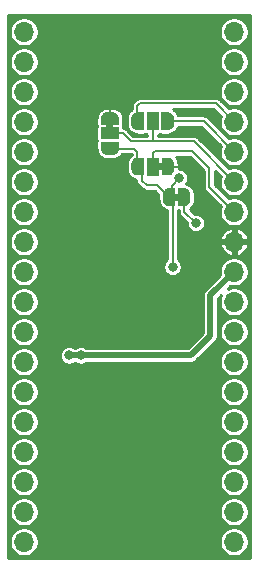
<source format=gbl>
G04 #@! TF.GenerationSoftware,KiCad,Pcbnew,(5.1.10)-1*
G04 #@! TF.CreationDate,2021-11-30T10:17:24+10:00*
G04 #@! TF.ProjectId,IS31FL3743x_Breakout,49533331-464c-4333-9734-33785f427265,rev?*
G04 #@! TF.SameCoordinates,Original*
G04 #@! TF.FileFunction,Copper,L2,Bot*
G04 #@! TF.FilePolarity,Positive*
%FSLAX46Y46*%
G04 Gerber Fmt 4.6, Leading zero omitted, Abs format (unit mm)*
G04 Created by KiCad (PCBNEW (5.1.10)-1) date 2021-11-30 10:17:24*
%MOMM*%
%LPD*%
G01*
G04 APERTURE LIST*
G04 #@! TA.AperFunction,EtchedComponent*
%ADD10C,0.100000*%
G04 #@! TD*
G04 #@! TA.AperFunction,SMDPad,CuDef*
%ADD11R,1.000000X1.500000*%
G04 #@! TD*
G04 #@! TA.AperFunction,SMDPad,CuDef*
%ADD12C,0.100000*%
G04 #@! TD*
G04 #@! TA.AperFunction,ComponentPad*
%ADD13C,3.400000*%
G04 #@! TD*
G04 #@! TA.AperFunction,ComponentPad*
%ADD14O,1.700000X1.700000*%
G04 #@! TD*
G04 #@! TA.AperFunction,ComponentPad*
%ADD15C,0.600000*%
G04 #@! TD*
G04 #@! TA.AperFunction,SMDPad,CuDef*
%ADD16R,1.500000X1.000000*%
G04 #@! TD*
G04 #@! TA.AperFunction,ViaPad*
%ADD17C,0.800000*%
G04 #@! TD*
G04 #@! TA.AperFunction,Conductor*
%ADD18C,0.200000*%
G04 #@! TD*
G04 #@! TA.AperFunction,Conductor*
%ADD19C,0.500000*%
G04 #@! TD*
G04 #@! TA.AperFunction,Conductor*
%ADD20C,0.254000*%
G04 #@! TD*
G04 #@! TA.AperFunction,Conductor*
%ADD21C,0.100000*%
G04 #@! TD*
G04 APERTURE END LIST*
D10*
G36*
X104270000Y-92710000D02*
G01*
X103770000Y-92710000D01*
X103770000Y-92110000D01*
X104270000Y-92110000D01*
X104270000Y-92710000D01*
G37*
G36*
X102900000Y-89520000D02*
G01*
X102400000Y-89520000D01*
X102400000Y-90120000D01*
X102900000Y-90120000D01*
X102900000Y-89520000D01*
G37*
G36*
X98070000Y-86120000D02*
G01*
X98070000Y-86620000D01*
X98670000Y-86620000D01*
X98670000Y-86120000D01*
X98070000Y-86120000D01*
G37*
D11*
X101990000Y-85980000D03*
G04 #@! TA.AperFunction,SMDPad,CuDef*
D12*
G36*
X100690000Y-86729398D02*
G01*
X100665466Y-86729398D01*
X100616635Y-86724588D01*
X100568510Y-86715016D01*
X100521555Y-86700772D01*
X100476222Y-86681995D01*
X100432949Y-86658864D01*
X100392150Y-86631604D01*
X100354221Y-86600476D01*
X100319524Y-86565779D01*
X100288396Y-86527850D01*
X100261136Y-86487051D01*
X100238005Y-86443778D01*
X100219228Y-86398445D01*
X100204984Y-86351490D01*
X100195412Y-86303365D01*
X100190602Y-86254534D01*
X100190602Y-86230000D01*
X100190000Y-86230000D01*
X100190000Y-85730000D01*
X100190602Y-85730000D01*
X100190602Y-85705466D01*
X100195412Y-85656635D01*
X100204984Y-85608510D01*
X100219228Y-85561555D01*
X100238005Y-85516222D01*
X100261136Y-85472949D01*
X100288396Y-85432150D01*
X100319524Y-85394221D01*
X100354221Y-85359524D01*
X100392150Y-85328396D01*
X100432949Y-85301136D01*
X100476222Y-85278005D01*
X100521555Y-85259228D01*
X100568510Y-85244984D01*
X100616635Y-85235412D01*
X100665466Y-85230602D01*
X100690000Y-85230602D01*
X100690000Y-85230000D01*
X101240000Y-85230000D01*
X101240000Y-86730000D01*
X100690000Y-86730000D01*
X100690000Y-86729398D01*
G37*
G04 #@! TD.AperFunction*
G04 #@! TA.AperFunction,SMDPad,CuDef*
G36*
X102740000Y-85230000D02*
G01*
X103290000Y-85230000D01*
X103290000Y-85230602D01*
X103314534Y-85230602D01*
X103363365Y-85235412D01*
X103411490Y-85244984D01*
X103458445Y-85259228D01*
X103503778Y-85278005D01*
X103547051Y-85301136D01*
X103587850Y-85328396D01*
X103625779Y-85359524D01*
X103660476Y-85394221D01*
X103691604Y-85432150D01*
X103718864Y-85472949D01*
X103741995Y-85516222D01*
X103760772Y-85561555D01*
X103775016Y-85608510D01*
X103784588Y-85656635D01*
X103789398Y-85705466D01*
X103789398Y-85730000D01*
X103790000Y-85730000D01*
X103790000Y-86230000D01*
X103789398Y-86230000D01*
X103789398Y-86254534D01*
X103784588Y-86303365D01*
X103775016Y-86351490D01*
X103760772Y-86398445D01*
X103741995Y-86443778D01*
X103718864Y-86487051D01*
X103691604Y-86527850D01*
X103660476Y-86565779D01*
X103625779Y-86600476D01*
X103587850Y-86631604D01*
X103547051Y-86658864D01*
X103503778Y-86681995D01*
X103458445Y-86700772D01*
X103411490Y-86715016D01*
X103363365Y-86724588D01*
X103314534Y-86729398D01*
X103290000Y-86729398D01*
X103290000Y-86730000D01*
X102740000Y-86730000D01*
X102740000Y-85230000D01*
G37*
G04 #@! TD.AperFunction*
D13*
X98000000Y-119000000D03*
X101000000Y-81000000D03*
D14*
X108890000Y-121590000D03*
X108890000Y-119050000D03*
X108890000Y-116510000D03*
X108890000Y-113970000D03*
X108890000Y-111430000D03*
X108890000Y-108890000D03*
X108890000Y-106350000D03*
X108890000Y-103810000D03*
X108890000Y-101270000D03*
X108890000Y-98730000D03*
X108890000Y-96190000D03*
X108890000Y-93650000D03*
X108890000Y-91110000D03*
X108890000Y-88570000D03*
X108890000Y-86030000D03*
X108890000Y-83490000D03*
X108890000Y-80950000D03*
X108890000Y-78410000D03*
X91110000Y-121590000D03*
X91110000Y-119050000D03*
X91110000Y-116510000D03*
X91110000Y-113970000D03*
X91110000Y-111430000D03*
X91110000Y-108890000D03*
X91110000Y-106350000D03*
X91110000Y-103810000D03*
X91110000Y-101270000D03*
X91110000Y-98730000D03*
X91110000Y-96190000D03*
X91110000Y-93650000D03*
X91110000Y-91110000D03*
X91110000Y-88570000D03*
X91110000Y-86030000D03*
X91110000Y-83490000D03*
X91110000Y-80950000D03*
X91110000Y-78410000D03*
G04 #@! TA.AperFunction,SMDPad,CuDef*
G36*
G01*
X99788434Y-102192596D02*
X97807404Y-100211566D01*
G75*
G02*
X97807404Y-99788434I211566J211566D01*
G01*
X99788434Y-97807404D01*
G75*
G02*
X100211566Y-97807404I211566J-211566D01*
G01*
X102192596Y-99788434D01*
G75*
G02*
X102192596Y-100211566I-211566J-211566D01*
G01*
X100211566Y-102192596D01*
G75*
G02*
X99788434Y-102192596I-211566J211566D01*
G01*
G37*
G04 #@! TD.AperFunction*
D15*
X100494975Y-101484924D03*
X99505025Y-101484924D03*
X100000000Y-101979899D03*
X100000000Y-100989949D03*
X98020101Y-100000000D03*
X98515076Y-100494975D03*
X98515076Y-99505025D03*
X99010051Y-100000000D03*
X100000000Y-98020101D03*
X100494975Y-98515076D03*
X99505025Y-98515076D03*
X100000000Y-99010051D03*
X101979899Y-100000000D03*
X101484924Y-99505025D03*
X101484924Y-100494975D03*
X100989949Y-100000000D03*
X99505025Y-99505025D03*
X99010051Y-99010051D03*
X100989949Y-100989949D03*
X100494975Y-100494975D03*
X99010051Y-100989949D03*
X99505025Y-100494975D03*
X100494975Y-99505025D03*
X100989949Y-99010051D03*
X100000000Y-100000000D03*
G04 #@! TA.AperFunction,SMDPad,CuDef*
D12*
G36*
X103870000Y-93160000D02*
G01*
X103370000Y-93160000D01*
X103370000Y-93159398D01*
X103345466Y-93159398D01*
X103296635Y-93154588D01*
X103248510Y-93145016D01*
X103201555Y-93130772D01*
X103156222Y-93111995D01*
X103112949Y-93088864D01*
X103072150Y-93061604D01*
X103034221Y-93030476D01*
X102999524Y-92995779D01*
X102968396Y-92957850D01*
X102941136Y-92917051D01*
X102918005Y-92873778D01*
X102899228Y-92828445D01*
X102884984Y-92781490D01*
X102875412Y-92733365D01*
X102870602Y-92684534D01*
X102870602Y-92660000D01*
X102870000Y-92660000D01*
X102870000Y-92160000D01*
X102870602Y-92160000D01*
X102870602Y-92135466D01*
X102875412Y-92086635D01*
X102884984Y-92038510D01*
X102899228Y-91991555D01*
X102918005Y-91946222D01*
X102941136Y-91902949D01*
X102968396Y-91862150D01*
X102999524Y-91824221D01*
X103034221Y-91789524D01*
X103072150Y-91758396D01*
X103112949Y-91731136D01*
X103156222Y-91708005D01*
X103201555Y-91689228D01*
X103248510Y-91674984D01*
X103296635Y-91665412D01*
X103345466Y-91660602D01*
X103370000Y-91660602D01*
X103370000Y-91660000D01*
X103870000Y-91660000D01*
X103870000Y-93160000D01*
G37*
G04 #@! TD.AperFunction*
G04 #@! TA.AperFunction,SMDPad,CuDef*
G36*
X104670000Y-91660602D02*
G01*
X104694534Y-91660602D01*
X104743365Y-91665412D01*
X104791490Y-91674984D01*
X104838445Y-91689228D01*
X104883778Y-91708005D01*
X104927051Y-91731136D01*
X104967850Y-91758396D01*
X105005779Y-91789524D01*
X105040476Y-91824221D01*
X105071604Y-91862150D01*
X105098864Y-91902949D01*
X105121995Y-91946222D01*
X105140772Y-91991555D01*
X105155016Y-92038510D01*
X105164588Y-92086635D01*
X105169398Y-92135466D01*
X105169398Y-92160000D01*
X105170000Y-92160000D01*
X105170000Y-92660000D01*
X105169398Y-92660000D01*
X105169398Y-92684534D01*
X105164588Y-92733365D01*
X105155016Y-92781490D01*
X105140772Y-92828445D01*
X105121995Y-92873778D01*
X105098864Y-92917051D01*
X105071604Y-92957850D01*
X105040476Y-92995779D01*
X105005779Y-93030476D01*
X104967850Y-93061604D01*
X104927051Y-93088864D01*
X104883778Y-93111995D01*
X104838445Y-93130772D01*
X104791490Y-93145016D01*
X104743365Y-93154588D01*
X104694534Y-93159398D01*
X104670000Y-93159398D01*
X104670000Y-93160000D01*
X104170000Y-93160000D01*
X104170000Y-91660000D01*
X104670000Y-91660000D01*
X104670000Y-91660602D01*
G37*
G04 #@! TD.AperFunction*
G04 #@! TA.AperFunction,SMDPad,CuDef*
G36*
X102750000Y-89070000D02*
G01*
X103300000Y-89070000D01*
X103300000Y-89070602D01*
X103324534Y-89070602D01*
X103373365Y-89075412D01*
X103421490Y-89084984D01*
X103468445Y-89099228D01*
X103513778Y-89118005D01*
X103557051Y-89141136D01*
X103597850Y-89168396D01*
X103635779Y-89199524D01*
X103670476Y-89234221D01*
X103701604Y-89272150D01*
X103728864Y-89312949D01*
X103751995Y-89356222D01*
X103770772Y-89401555D01*
X103785016Y-89448510D01*
X103794588Y-89496635D01*
X103799398Y-89545466D01*
X103799398Y-89570000D01*
X103800000Y-89570000D01*
X103800000Y-90070000D01*
X103799398Y-90070000D01*
X103799398Y-90094534D01*
X103794588Y-90143365D01*
X103785016Y-90191490D01*
X103770772Y-90238445D01*
X103751995Y-90283778D01*
X103728864Y-90327051D01*
X103701604Y-90367850D01*
X103670476Y-90405779D01*
X103635779Y-90440476D01*
X103597850Y-90471604D01*
X103557051Y-90498864D01*
X103513778Y-90521995D01*
X103468445Y-90540772D01*
X103421490Y-90555016D01*
X103373365Y-90564588D01*
X103324534Y-90569398D01*
X103300000Y-90569398D01*
X103300000Y-90570000D01*
X102750000Y-90570000D01*
X102750000Y-89070000D01*
G37*
G04 #@! TD.AperFunction*
D11*
X102000000Y-89820000D03*
G04 #@! TA.AperFunction,SMDPad,CuDef*
D12*
G36*
X100700000Y-90569398D02*
G01*
X100675466Y-90569398D01*
X100626635Y-90564588D01*
X100578510Y-90555016D01*
X100531555Y-90540772D01*
X100486222Y-90521995D01*
X100442949Y-90498864D01*
X100402150Y-90471604D01*
X100364221Y-90440476D01*
X100329524Y-90405779D01*
X100298396Y-90367850D01*
X100271136Y-90327051D01*
X100248005Y-90283778D01*
X100229228Y-90238445D01*
X100214984Y-90191490D01*
X100205412Y-90143365D01*
X100200602Y-90094534D01*
X100200602Y-90070000D01*
X100200000Y-90070000D01*
X100200000Y-89570000D01*
X100200602Y-89570000D01*
X100200602Y-89545466D01*
X100205412Y-89496635D01*
X100214984Y-89448510D01*
X100229228Y-89401555D01*
X100248005Y-89356222D01*
X100271136Y-89312949D01*
X100298396Y-89272150D01*
X100329524Y-89234221D01*
X100364221Y-89199524D01*
X100402150Y-89168396D01*
X100442949Y-89141136D01*
X100486222Y-89118005D01*
X100531555Y-89099228D01*
X100578510Y-89084984D01*
X100626635Y-89075412D01*
X100675466Y-89070602D01*
X100700000Y-89070602D01*
X100700000Y-89070000D01*
X101250000Y-89070000D01*
X101250000Y-90570000D01*
X100700000Y-90570000D01*
X100700000Y-90569398D01*
G37*
G04 #@! TD.AperFunction*
G04 #@! TA.AperFunction,SMDPad,CuDef*
G36*
X97620000Y-86270000D02*
G01*
X97620000Y-85720000D01*
X97620602Y-85720000D01*
X97620602Y-85695466D01*
X97625412Y-85646635D01*
X97634984Y-85598510D01*
X97649228Y-85551555D01*
X97668005Y-85506222D01*
X97691136Y-85462949D01*
X97718396Y-85422150D01*
X97749524Y-85384221D01*
X97784221Y-85349524D01*
X97822150Y-85318396D01*
X97862949Y-85291136D01*
X97906222Y-85268005D01*
X97951555Y-85249228D01*
X97998510Y-85234984D01*
X98046635Y-85225412D01*
X98095466Y-85220602D01*
X98120000Y-85220602D01*
X98120000Y-85220000D01*
X98620000Y-85220000D01*
X98620000Y-85220602D01*
X98644534Y-85220602D01*
X98693365Y-85225412D01*
X98741490Y-85234984D01*
X98788445Y-85249228D01*
X98833778Y-85268005D01*
X98877051Y-85291136D01*
X98917850Y-85318396D01*
X98955779Y-85349524D01*
X98990476Y-85384221D01*
X99021604Y-85422150D01*
X99048864Y-85462949D01*
X99071995Y-85506222D01*
X99090772Y-85551555D01*
X99105016Y-85598510D01*
X99114588Y-85646635D01*
X99119398Y-85695466D01*
X99119398Y-85720000D01*
X99120000Y-85720000D01*
X99120000Y-86270000D01*
X97620000Y-86270000D01*
G37*
G04 #@! TD.AperFunction*
D16*
X98370000Y-87020000D03*
G04 #@! TA.AperFunction,SMDPad,CuDef*
D12*
G36*
X99119398Y-88320000D02*
G01*
X99119398Y-88344534D01*
X99114588Y-88393365D01*
X99105016Y-88441490D01*
X99090772Y-88488445D01*
X99071995Y-88533778D01*
X99048864Y-88577051D01*
X99021604Y-88617850D01*
X98990476Y-88655779D01*
X98955779Y-88690476D01*
X98917850Y-88721604D01*
X98877051Y-88748864D01*
X98833778Y-88771995D01*
X98788445Y-88790772D01*
X98741490Y-88805016D01*
X98693365Y-88814588D01*
X98644534Y-88819398D01*
X98620000Y-88819398D01*
X98620000Y-88820000D01*
X98120000Y-88820000D01*
X98120000Y-88819398D01*
X98095466Y-88819398D01*
X98046635Y-88814588D01*
X97998510Y-88805016D01*
X97951555Y-88790772D01*
X97906222Y-88771995D01*
X97862949Y-88748864D01*
X97822150Y-88721604D01*
X97784221Y-88690476D01*
X97749524Y-88655779D01*
X97718396Y-88617850D01*
X97691136Y-88577051D01*
X97668005Y-88533778D01*
X97649228Y-88488445D01*
X97634984Y-88441490D01*
X97625412Y-88393365D01*
X97620602Y-88344534D01*
X97620602Y-88320000D01*
X97620000Y-88320000D01*
X97620000Y-87770000D01*
X99120000Y-87770000D01*
X99120000Y-88320000D01*
X99119398Y-88320000D01*
G37*
G04 #@! TD.AperFunction*
D17*
X100760000Y-91850000D03*
X102120000Y-92940000D03*
X93790000Y-103010000D03*
X93770000Y-104540000D03*
X95920000Y-105810000D03*
X103680000Y-98300000D03*
X94920000Y-105810000D03*
X104240000Y-90790000D03*
X105650000Y-94610000D03*
D18*
X98370000Y-85720000D02*
X98370000Y-84440000D01*
X103300000Y-89820000D02*
X104700000Y-89820000D01*
D19*
X106870000Y-100740000D02*
X108880000Y-98730000D01*
X106870000Y-104170000D02*
X106870000Y-100740000D01*
X105230000Y-105810000D02*
X106870000Y-104170000D01*
X95920000Y-105810000D02*
X105230000Y-105810000D01*
D18*
X103680000Y-98300000D02*
X103680000Y-92730000D01*
X103370000Y-92410000D02*
X102370000Y-91410000D01*
X102370000Y-91410000D02*
X101490000Y-91410000D01*
X101490000Y-91410000D02*
X101090000Y-91010000D01*
X101090000Y-91010000D02*
X101090000Y-90330000D01*
X100700000Y-88610000D02*
X100700000Y-89820000D01*
X100410000Y-88320000D02*
X100700000Y-88610000D01*
X98370000Y-88320000D02*
X100410000Y-88320000D01*
D19*
X95920000Y-105810000D02*
X94920000Y-105810000D01*
D18*
X104240000Y-90790000D02*
X103600000Y-91430000D01*
X103600000Y-91430000D02*
X103600000Y-91860000D01*
X106790000Y-91550000D02*
X108890000Y-93650000D01*
X106790000Y-89960000D02*
X106790000Y-91550000D01*
X105340000Y-88510000D02*
X106790000Y-89960000D01*
X102180000Y-88510000D02*
X105340000Y-88510000D01*
X102000000Y-88690000D02*
X102180000Y-88510000D01*
X102000000Y-89810000D02*
X102000000Y-88690000D01*
X108890000Y-91110000D02*
X105480000Y-87700000D01*
X100160000Y-87700000D02*
X99480000Y-87020000D01*
X99480000Y-87020000D02*
X98370000Y-87020000D01*
X101990000Y-87650000D02*
X101940000Y-87700000D01*
X101990000Y-85980000D02*
X101990000Y-87650000D01*
X101940000Y-87700000D02*
X100160000Y-87700000D01*
X105480000Y-87700000D02*
X101940000Y-87700000D01*
X108890000Y-88570000D02*
X106300000Y-85980000D01*
X106300000Y-85980000D02*
X103290000Y-85980000D01*
X108890000Y-86030000D02*
X107340000Y-84480000D01*
X107340000Y-84480000D02*
X100920000Y-84480000D01*
X100920000Y-84480000D02*
X100690000Y-84710000D01*
X100690000Y-84710000D02*
X100690000Y-85980000D01*
X104670000Y-93630000D02*
X105650000Y-94610000D01*
X104670000Y-92410000D02*
X104670000Y-93630000D01*
D20*
X110234001Y-122954000D02*
X89716000Y-122954000D01*
X89716000Y-121468757D01*
X89879000Y-121468757D01*
X89879000Y-121711243D01*
X89926307Y-121949069D01*
X90019102Y-122173097D01*
X90153820Y-122374717D01*
X90325283Y-122546180D01*
X90526903Y-122680898D01*
X90750931Y-122773693D01*
X90988757Y-122821000D01*
X91231243Y-122821000D01*
X91469069Y-122773693D01*
X91693097Y-122680898D01*
X91894717Y-122546180D01*
X92066180Y-122374717D01*
X92200898Y-122173097D01*
X92293693Y-121949069D01*
X92341000Y-121711243D01*
X92341000Y-121468757D01*
X107659000Y-121468757D01*
X107659000Y-121711243D01*
X107706307Y-121949069D01*
X107799102Y-122173097D01*
X107933820Y-122374717D01*
X108105283Y-122546180D01*
X108306903Y-122680898D01*
X108530931Y-122773693D01*
X108768757Y-122821000D01*
X109011243Y-122821000D01*
X109249069Y-122773693D01*
X109473097Y-122680898D01*
X109674717Y-122546180D01*
X109846180Y-122374717D01*
X109980898Y-122173097D01*
X110073693Y-121949069D01*
X110121000Y-121711243D01*
X110121000Y-121468757D01*
X110073693Y-121230931D01*
X109980898Y-121006903D01*
X109846180Y-120805283D01*
X109674717Y-120633820D01*
X109473097Y-120499102D01*
X109249069Y-120406307D01*
X109011243Y-120359000D01*
X108768757Y-120359000D01*
X108530931Y-120406307D01*
X108306903Y-120499102D01*
X108105283Y-120633820D01*
X107933820Y-120805283D01*
X107799102Y-121006903D01*
X107706307Y-121230931D01*
X107659000Y-121468757D01*
X92341000Y-121468757D01*
X92293693Y-121230931D01*
X92200898Y-121006903D01*
X92066180Y-120805283D01*
X91894717Y-120633820D01*
X91693097Y-120499102D01*
X91469069Y-120406307D01*
X91231243Y-120359000D01*
X90988757Y-120359000D01*
X90750931Y-120406307D01*
X90526903Y-120499102D01*
X90325283Y-120633820D01*
X90153820Y-120805283D01*
X90019102Y-121006903D01*
X89926307Y-121230931D01*
X89879000Y-121468757D01*
X89716000Y-121468757D01*
X89716000Y-118928757D01*
X89879000Y-118928757D01*
X89879000Y-119171243D01*
X89926307Y-119409069D01*
X90019102Y-119633097D01*
X90153820Y-119834717D01*
X90325283Y-120006180D01*
X90526903Y-120140898D01*
X90750931Y-120233693D01*
X90988757Y-120281000D01*
X91231243Y-120281000D01*
X91469069Y-120233693D01*
X91693097Y-120140898D01*
X91894717Y-120006180D01*
X92066180Y-119834717D01*
X92200898Y-119633097D01*
X92293693Y-119409069D01*
X92341000Y-119171243D01*
X92341000Y-118928757D01*
X107659000Y-118928757D01*
X107659000Y-119171243D01*
X107706307Y-119409069D01*
X107799102Y-119633097D01*
X107933820Y-119834717D01*
X108105283Y-120006180D01*
X108306903Y-120140898D01*
X108530931Y-120233693D01*
X108768757Y-120281000D01*
X109011243Y-120281000D01*
X109249069Y-120233693D01*
X109473097Y-120140898D01*
X109674717Y-120006180D01*
X109846180Y-119834717D01*
X109980898Y-119633097D01*
X110073693Y-119409069D01*
X110121000Y-119171243D01*
X110121000Y-118928757D01*
X110073693Y-118690931D01*
X109980898Y-118466903D01*
X109846180Y-118265283D01*
X109674717Y-118093820D01*
X109473097Y-117959102D01*
X109249069Y-117866307D01*
X109011243Y-117819000D01*
X108768757Y-117819000D01*
X108530931Y-117866307D01*
X108306903Y-117959102D01*
X108105283Y-118093820D01*
X107933820Y-118265283D01*
X107799102Y-118466903D01*
X107706307Y-118690931D01*
X107659000Y-118928757D01*
X92341000Y-118928757D01*
X92293693Y-118690931D01*
X92200898Y-118466903D01*
X92066180Y-118265283D01*
X91894717Y-118093820D01*
X91693097Y-117959102D01*
X91469069Y-117866307D01*
X91231243Y-117819000D01*
X90988757Y-117819000D01*
X90750931Y-117866307D01*
X90526903Y-117959102D01*
X90325283Y-118093820D01*
X90153820Y-118265283D01*
X90019102Y-118466903D01*
X89926307Y-118690931D01*
X89879000Y-118928757D01*
X89716000Y-118928757D01*
X89716000Y-116388757D01*
X89879000Y-116388757D01*
X89879000Y-116631243D01*
X89926307Y-116869069D01*
X90019102Y-117093097D01*
X90153820Y-117294717D01*
X90325283Y-117466180D01*
X90526903Y-117600898D01*
X90750931Y-117693693D01*
X90988757Y-117741000D01*
X91231243Y-117741000D01*
X91469069Y-117693693D01*
X91693097Y-117600898D01*
X91894717Y-117466180D01*
X92066180Y-117294717D01*
X92200898Y-117093097D01*
X92293693Y-116869069D01*
X92341000Y-116631243D01*
X92341000Y-116388757D01*
X107659000Y-116388757D01*
X107659000Y-116631243D01*
X107706307Y-116869069D01*
X107799102Y-117093097D01*
X107933820Y-117294717D01*
X108105283Y-117466180D01*
X108306903Y-117600898D01*
X108530931Y-117693693D01*
X108768757Y-117741000D01*
X109011243Y-117741000D01*
X109249069Y-117693693D01*
X109473097Y-117600898D01*
X109674717Y-117466180D01*
X109846180Y-117294717D01*
X109980898Y-117093097D01*
X110073693Y-116869069D01*
X110121000Y-116631243D01*
X110121000Y-116388757D01*
X110073693Y-116150931D01*
X109980898Y-115926903D01*
X109846180Y-115725283D01*
X109674717Y-115553820D01*
X109473097Y-115419102D01*
X109249069Y-115326307D01*
X109011243Y-115279000D01*
X108768757Y-115279000D01*
X108530931Y-115326307D01*
X108306903Y-115419102D01*
X108105283Y-115553820D01*
X107933820Y-115725283D01*
X107799102Y-115926903D01*
X107706307Y-116150931D01*
X107659000Y-116388757D01*
X92341000Y-116388757D01*
X92293693Y-116150931D01*
X92200898Y-115926903D01*
X92066180Y-115725283D01*
X91894717Y-115553820D01*
X91693097Y-115419102D01*
X91469069Y-115326307D01*
X91231243Y-115279000D01*
X90988757Y-115279000D01*
X90750931Y-115326307D01*
X90526903Y-115419102D01*
X90325283Y-115553820D01*
X90153820Y-115725283D01*
X90019102Y-115926903D01*
X89926307Y-116150931D01*
X89879000Y-116388757D01*
X89716000Y-116388757D01*
X89716000Y-113848757D01*
X89879000Y-113848757D01*
X89879000Y-114091243D01*
X89926307Y-114329069D01*
X90019102Y-114553097D01*
X90153820Y-114754717D01*
X90325283Y-114926180D01*
X90526903Y-115060898D01*
X90750931Y-115153693D01*
X90988757Y-115201000D01*
X91231243Y-115201000D01*
X91469069Y-115153693D01*
X91693097Y-115060898D01*
X91894717Y-114926180D01*
X92066180Y-114754717D01*
X92200898Y-114553097D01*
X92293693Y-114329069D01*
X92341000Y-114091243D01*
X92341000Y-113848757D01*
X107659000Y-113848757D01*
X107659000Y-114091243D01*
X107706307Y-114329069D01*
X107799102Y-114553097D01*
X107933820Y-114754717D01*
X108105283Y-114926180D01*
X108306903Y-115060898D01*
X108530931Y-115153693D01*
X108768757Y-115201000D01*
X109011243Y-115201000D01*
X109249069Y-115153693D01*
X109473097Y-115060898D01*
X109674717Y-114926180D01*
X109846180Y-114754717D01*
X109980898Y-114553097D01*
X110073693Y-114329069D01*
X110121000Y-114091243D01*
X110121000Y-113848757D01*
X110073693Y-113610931D01*
X109980898Y-113386903D01*
X109846180Y-113185283D01*
X109674717Y-113013820D01*
X109473097Y-112879102D01*
X109249069Y-112786307D01*
X109011243Y-112739000D01*
X108768757Y-112739000D01*
X108530931Y-112786307D01*
X108306903Y-112879102D01*
X108105283Y-113013820D01*
X107933820Y-113185283D01*
X107799102Y-113386903D01*
X107706307Y-113610931D01*
X107659000Y-113848757D01*
X92341000Y-113848757D01*
X92293693Y-113610931D01*
X92200898Y-113386903D01*
X92066180Y-113185283D01*
X91894717Y-113013820D01*
X91693097Y-112879102D01*
X91469069Y-112786307D01*
X91231243Y-112739000D01*
X90988757Y-112739000D01*
X90750931Y-112786307D01*
X90526903Y-112879102D01*
X90325283Y-113013820D01*
X90153820Y-113185283D01*
X90019102Y-113386903D01*
X89926307Y-113610931D01*
X89879000Y-113848757D01*
X89716000Y-113848757D01*
X89716000Y-111308757D01*
X89879000Y-111308757D01*
X89879000Y-111551243D01*
X89926307Y-111789069D01*
X90019102Y-112013097D01*
X90153820Y-112214717D01*
X90325283Y-112386180D01*
X90526903Y-112520898D01*
X90750931Y-112613693D01*
X90988757Y-112661000D01*
X91231243Y-112661000D01*
X91469069Y-112613693D01*
X91693097Y-112520898D01*
X91894717Y-112386180D01*
X92066180Y-112214717D01*
X92200898Y-112013097D01*
X92293693Y-111789069D01*
X92341000Y-111551243D01*
X92341000Y-111308757D01*
X107659000Y-111308757D01*
X107659000Y-111551243D01*
X107706307Y-111789069D01*
X107799102Y-112013097D01*
X107933820Y-112214717D01*
X108105283Y-112386180D01*
X108306903Y-112520898D01*
X108530931Y-112613693D01*
X108768757Y-112661000D01*
X109011243Y-112661000D01*
X109249069Y-112613693D01*
X109473097Y-112520898D01*
X109674717Y-112386180D01*
X109846180Y-112214717D01*
X109980898Y-112013097D01*
X110073693Y-111789069D01*
X110121000Y-111551243D01*
X110121000Y-111308757D01*
X110073693Y-111070931D01*
X109980898Y-110846903D01*
X109846180Y-110645283D01*
X109674717Y-110473820D01*
X109473097Y-110339102D01*
X109249069Y-110246307D01*
X109011243Y-110199000D01*
X108768757Y-110199000D01*
X108530931Y-110246307D01*
X108306903Y-110339102D01*
X108105283Y-110473820D01*
X107933820Y-110645283D01*
X107799102Y-110846903D01*
X107706307Y-111070931D01*
X107659000Y-111308757D01*
X92341000Y-111308757D01*
X92293693Y-111070931D01*
X92200898Y-110846903D01*
X92066180Y-110645283D01*
X91894717Y-110473820D01*
X91693097Y-110339102D01*
X91469069Y-110246307D01*
X91231243Y-110199000D01*
X90988757Y-110199000D01*
X90750931Y-110246307D01*
X90526903Y-110339102D01*
X90325283Y-110473820D01*
X90153820Y-110645283D01*
X90019102Y-110846903D01*
X89926307Y-111070931D01*
X89879000Y-111308757D01*
X89716000Y-111308757D01*
X89716000Y-108768757D01*
X89879000Y-108768757D01*
X89879000Y-109011243D01*
X89926307Y-109249069D01*
X90019102Y-109473097D01*
X90153820Y-109674717D01*
X90325283Y-109846180D01*
X90526903Y-109980898D01*
X90750931Y-110073693D01*
X90988757Y-110121000D01*
X91231243Y-110121000D01*
X91469069Y-110073693D01*
X91693097Y-109980898D01*
X91894717Y-109846180D01*
X92066180Y-109674717D01*
X92200898Y-109473097D01*
X92293693Y-109249069D01*
X92341000Y-109011243D01*
X92341000Y-108768757D01*
X107659000Y-108768757D01*
X107659000Y-109011243D01*
X107706307Y-109249069D01*
X107799102Y-109473097D01*
X107933820Y-109674717D01*
X108105283Y-109846180D01*
X108306903Y-109980898D01*
X108530931Y-110073693D01*
X108768757Y-110121000D01*
X109011243Y-110121000D01*
X109249069Y-110073693D01*
X109473097Y-109980898D01*
X109674717Y-109846180D01*
X109846180Y-109674717D01*
X109980898Y-109473097D01*
X110073693Y-109249069D01*
X110121000Y-109011243D01*
X110121000Y-108768757D01*
X110073693Y-108530931D01*
X109980898Y-108306903D01*
X109846180Y-108105283D01*
X109674717Y-107933820D01*
X109473097Y-107799102D01*
X109249069Y-107706307D01*
X109011243Y-107659000D01*
X108768757Y-107659000D01*
X108530931Y-107706307D01*
X108306903Y-107799102D01*
X108105283Y-107933820D01*
X107933820Y-108105283D01*
X107799102Y-108306903D01*
X107706307Y-108530931D01*
X107659000Y-108768757D01*
X92341000Y-108768757D01*
X92293693Y-108530931D01*
X92200898Y-108306903D01*
X92066180Y-108105283D01*
X91894717Y-107933820D01*
X91693097Y-107799102D01*
X91469069Y-107706307D01*
X91231243Y-107659000D01*
X90988757Y-107659000D01*
X90750931Y-107706307D01*
X90526903Y-107799102D01*
X90325283Y-107933820D01*
X90153820Y-108105283D01*
X90019102Y-108306903D01*
X89926307Y-108530931D01*
X89879000Y-108768757D01*
X89716000Y-108768757D01*
X89716000Y-106228757D01*
X89879000Y-106228757D01*
X89879000Y-106471243D01*
X89926307Y-106709069D01*
X90019102Y-106933097D01*
X90153820Y-107134717D01*
X90325283Y-107306180D01*
X90526903Y-107440898D01*
X90750931Y-107533693D01*
X90988757Y-107581000D01*
X91231243Y-107581000D01*
X91469069Y-107533693D01*
X91693097Y-107440898D01*
X91894717Y-107306180D01*
X92066180Y-107134717D01*
X92200898Y-106933097D01*
X92293693Y-106709069D01*
X92341000Y-106471243D01*
X92341000Y-106228757D01*
X92293693Y-105990931D01*
X92200898Y-105766903D01*
X92178297Y-105733078D01*
X94139000Y-105733078D01*
X94139000Y-105886922D01*
X94169013Y-106037809D01*
X94227887Y-106179942D01*
X94313358Y-106307859D01*
X94422141Y-106416642D01*
X94550058Y-106502113D01*
X94692191Y-106560987D01*
X94843078Y-106591000D01*
X94996922Y-106591000D01*
X95147809Y-106560987D01*
X95289942Y-106502113D01*
X95381405Y-106441000D01*
X95458595Y-106441000D01*
X95550058Y-106502113D01*
X95692191Y-106560987D01*
X95843078Y-106591000D01*
X95996922Y-106591000D01*
X96147809Y-106560987D01*
X96289942Y-106502113D01*
X96381405Y-106441000D01*
X105199010Y-106441000D01*
X105230000Y-106444052D01*
X105260990Y-106441000D01*
X105260998Y-106441000D01*
X105353698Y-106431870D01*
X105472642Y-106395789D01*
X105582261Y-106337196D01*
X105678343Y-106258343D01*
X105698105Y-106234263D01*
X105703611Y-106228757D01*
X107659000Y-106228757D01*
X107659000Y-106471243D01*
X107706307Y-106709069D01*
X107799102Y-106933097D01*
X107933820Y-107134717D01*
X108105283Y-107306180D01*
X108306903Y-107440898D01*
X108530931Y-107533693D01*
X108768757Y-107581000D01*
X109011243Y-107581000D01*
X109249069Y-107533693D01*
X109473097Y-107440898D01*
X109674717Y-107306180D01*
X109846180Y-107134717D01*
X109980898Y-106933097D01*
X110073693Y-106709069D01*
X110121000Y-106471243D01*
X110121000Y-106228757D01*
X110073693Y-105990931D01*
X109980898Y-105766903D01*
X109846180Y-105565283D01*
X109674717Y-105393820D01*
X109473097Y-105259102D01*
X109249069Y-105166307D01*
X109011243Y-105119000D01*
X108768757Y-105119000D01*
X108530931Y-105166307D01*
X108306903Y-105259102D01*
X108105283Y-105393820D01*
X107933820Y-105565283D01*
X107799102Y-105766903D01*
X107706307Y-105990931D01*
X107659000Y-106228757D01*
X105703611Y-106228757D01*
X107294269Y-104638100D01*
X107318343Y-104618343D01*
X107397196Y-104522261D01*
X107455789Y-104412642D01*
X107491870Y-104293698D01*
X107501000Y-104200998D01*
X107501000Y-104200989D01*
X107504052Y-104170001D01*
X107501000Y-104139013D01*
X107501000Y-103688757D01*
X107659000Y-103688757D01*
X107659000Y-103931243D01*
X107706307Y-104169069D01*
X107799102Y-104393097D01*
X107933820Y-104594717D01*
X108105283Y-104766180D01*
X108306903Y-104900898D01*
X108530931Y-104993693D01*
X108768757Y-105041000D01*
X109011243Y-105041000D01*
X109249069Y-104993693D01*
X109473097Y-104900898D01*
X109674717Y-104766180D01*
X109846180Y-104594717D01*
X109980898Y-104393097D01*
X110073693Y-104169069D01*
X110121000Y-103931243D01*
X110121000Y-103688757D01*
X110073693Y-103450931D01*
X109980898Y-103226903D01*
X109846180Y-103025283D01*
X109674717Y-102853820D01*
X109473097Y-102719102D01*
X109249069Y-102626307D01*
X109011243Y-102579000D01*
X108768757Y-102579000D01*
X108530931Y-102626307D01*
X108306903Y-102719102D01*
X108105283Y-102853820D01*
X107933820Y-103025283D01*
X107799102Y-103226903D01*
X107706307Y-103450931D01*
X107659000Y-103688757D01*
X107501000Y-103688757D01*
X107501000Y-101001368D01*
X107787532Y-100714837D01*
X107706307Y-100910931D01*
X107659000Y-101148757D01*
X107659000Y-101391243D01*
X107706307Y-101629069D01*
X107799102Y-101853097D01*
X107933820Y-102054717D01*
X108105283Y-102226180D01*
X108306903Y-102360898D01*
X108530931Y-102453693D01*
X108768757Y-102501000D01*
X109011243Y-102501000D01*
X109249069Y-102453693D01*
X109473097Y-102360898D01*
X109674717Y-102226180D01*
X109846180Y-102054717D01*
X109980898Y-101853097D01*
X110073693Y-101629069D01*
X110121000Y-101391243D01*
X110121000Y-101148757D01*
X110073693Y-100910931D01*
X109980898Y-100686903D01*
X109846180Y-100485283D01*
X109674717Y-100313820D01*
X109473097Y-100179102D01*
X109249069Y-100086307D01*
X109011243Y-100039000D01*
X108768757Y-100039000D01*
X108530931Y-100086307D01*
X108334837Y-100167531D01*
X108579095Y-99923274D01*
X108768757Y-99961000D01*
X109011243Y-99961000D01*
X109249069Y-99913693D01*
X109473097Y-99820898D01*
X109674717Y-99686180D01*
X109846180Y-99514717D01*
X109980898Y-99313097D01*
X110073693Y-99089069D01*
X110121000Y-98851243D01*
X110121000Y-98608757D01*
X110073693Y-98370931D01*
X109980898Y-98146903D01*
X109846180Y-97945283D01*
X109674717Y-97773820D01*
X109473097Y-97639102D01*
X109249069Y-97546307D01*
X109011243Y-97499000D01*
X108768757Y-97499000D01*
X108530931Y-97546307D01*
X108306903Y-97639102D01*
X108105283Y-97773820D01*
X107933820Y-97945283D01*
X107799102Y-98146903D01*
X107706307Y-98370931D01*
X107659000Y-98608757D01*
X107659000Y-98851243D01*
X107693408Y-99024223D01*
X106445733Y-100271899D01*
X106421658Y-100291657D01*
X106401900Y-100315732D01*
X106401897Y-100315735D01*
X106342804Y-100387740D01*
X106284211Y-100497359D01*
X106248130Y-100616303D01*
X106235948Y-100740000D01*
X106239001Y-100771000D01*
X106239000Y-103908631D01*
X104968632Y-105179000D01*
X96381405Y-105179000D01*
X96289942Y-105117887D01*
X96147809Y-105059013D01*
X95996922Y-105029000D01*
X95843078Y-105029000D01*
X95692191Y-105059013D01*
X95550058Y-105117887D01*
X95458595Y-105179000D01*
X95381405Y-105179000D01*
X95289942Y-105117887D01*
X95147809Y-105059013D01*
X94996922Y-105029000D01*
X94843078Y-105029000D01*
X94692191Y-105059013D01*
X94550058Y-105117887D01*
X94422141Y-105203358D01*
X94313358Y-105312141D01*
X94227887Y-105440058D01*
X94169013Y-105582191D01*
X94139000Y-105733078D01*
X92178297Y-105733078D01*
X92066180Y-105565283D01*
X91894717Y-105393820D01*
X91693097Y-105259102D01*
X91469069Y-105166307D01*
X91231243Y-105119000D01*
X90988757Y-105119000D01*
X90750931Y-105166307D01*
X90526903Y-105259102D01*
X90325283Y-105393820D01*
X90153820Y-105565283D01*
X90019102Y-105766903D01*
X89926307Y-105990931D01*
X89879000Y-106228757D01*
X89716000Y-106228757D01*
X89716000Y-103688757D01*
X89879000Y-103688757D01*
X89879000Y-103931243D01*
X89926307Y-104169069D01*
X90019102Y-104393097D01*
X90153820Y-104594717D01*
X90325283Y-104766180D01*
X90526903Y-104900898D01*
X90750931Y-104993693D01*
X90988757Y-105041000D01*
X91231243Y-105041000D01*
X91469069Y-104993693D01*
X91693097Y-104900898D01*
X91894717Y-104766180D01*
X92066180Y-104594717D01*
X92200898Y-104393097D01*
X92293693Y-104169069D01*
X92341000Y-103931243D01*
X92341000Y-103688757D01*
X92293693Y-103450931D01*
X92200898Y-103226903D01*
X92066180Y-103025283D01*
X91894717Y-102853820D01*
X91693097Y-102719102D01*
X91469069Y-102626307D01*
X91231243Y-102579000D01*
X90988757Y-102579000D01*
X90750931Y-102626307D01*
X90526903Y-102719102D01*
X90325283Y-102853820D01*
X90153820Y-103025283D01*
X90019102Y-103226903D01*
X89926307Y-103450931D01*
X89879000Y-103688757D01*
X89716000Y-103688757D01*
X89716000Y-101148757D01*
X89879000Y-101148757D01*
X89879000Y-101391243D01*
X89926307Y-101629069D01*
X90019102Y-101853097D01*
X90153820Y-102054717D01*
X90325283Y-102226180D01*
X90526903Y-102360898D01*
X90750931Y-102453693D01*
X90988757Y-102501000D01*
X91231243Y-102501000D01*
X91469069Y-102453693D01*
X91693097Y-102360898D01*
X91894717Y-102226180D01*
X92066180Y-102054717D01*
X92200898Y-101853097D01*
X92293693Y-101629069D01*
X92341000Y-101391243D01*
X92341000Y-101148757D01*
X92293693Y-100910931D01*
X92200898Y-100686903D01*
X92066180Y-100485283D01*
X91894717Y-100313820D01*
X91693097Y-100179102D01*
X91469069Y-100086307D01*
X91231243Y-100039000D01*
X90988757Y-100039000D01*
X90750931Y-100086307D01*
X90526903Y-100179102D01*
X90325283Y-100313820D01*
X90153820Y-100485283D01*
X90019102Y-100686903D01*
X89926307Y-100910931D01*
X89879000Y-101148757D01*
X89716000Y-101148757D01*
X89716000Y-98608757D01*
X89879000Y-98608757D01*
X89879000Y-98851243D01*
X89926307Y-99089069D01*
X90019102Y-99313097D01*
X90153820Y-99514717D01*
X90325283Y-99686180D01*
X90526903Y-99820898D01*
X90750931Y-99913693D01*
X90988757Y-99961000D01*
X91231243Y-99961000D01*
X91469069Y-99913693D01*
X91693097Y-99820898D01*
X91894717Y-99686180D01*
X92066180Y-99514717D01*
X92200898Y-99313097D01*
X92293693Y-99089069D01*
X92341000Y-98851243D01*
X92341000Y-98608757D01*
X92293693Y-98370931D01*
X92200898Y-98146903D01*
X92066180Y-97945283D01*
X91894717Y-97773820D01*
X91693097Y-97639102D01*
X91469069Y-97546307D01*
X91231243Y-97499000D01*
X90988757Y-97499000D01*
X90750931Y-97546307D01*
X90526903Y-97639102D01*
X90325283Y-97773820D01*
X90153820Y-97945283D01*
X90019102Y-98146903D01*
X89926307Y-98370931D01*
X89879000Y-98608757D01*
X89716000Y-98608757D01*
X89716000Y-96068757D01*
X89879000Y-96068757D01*
X89879000Y-96311243D01*
X89926307Y-96549069D01*
X90019102Y-96773097D01*
X90153820Y-96974717D01*
X90325283Y-97146180D01*
X90526903Y-97280898D01*
X90750931Y-97373693D01*
X90988757Y-97421000D01*
X91231243Y-97421000D01*
X91469069Y-97373693D01*
X91693097Y-97280898D01*
X91894717Y-97146180D01*
X92066180Y-96974717D01*
X92200898Y-96773097D01*
X92293693Y-96549069D01*
X92341000Y-96311243D01*
X92341000Y-96068757D01*
X92293693Y-95830931D01*
X92200898Y-95606903D01*
X92066180Y-95405283D01*
X91894717Y-95233820D01*
X91693097Y-95099102D01*
X91469069Y-95006307D01*
X91231243Y-94959000D01*
X90988757Y-94959000D01*
X90750931Y-95006307D01*
X90526903Y-95099102D01*
X90325283Y-95233820D01*
X90153820Y-95405283D01*
X90019102Y-95606903D01*
X89926307Y-95830931D01*
X89879000Y-96068757D01*
X89716000Y-96068757D01*
X89716000Y-93528757D01*
X89879000Y-93528757D01*
X89879000Y-93771243D01*
X89926307Y-94009069D01*
X90019102Y-94233097D01*
X90153820Y-94434717D01*
X90325283Y-94606180D01*
X90526903Y-94740898D01*
X90750931Y-94833693D01*
X90988757Y-94881000D01*
X91231243Y-94881000D01*
X91469069Y-94833693D01*
X91693097Y-94740898D01*
X91894717Y-94606180D01*
X92066180Y-94434717D01*
X92200898Y-94233097D01*
X92293693Y-94009069D01*
X92341000Y-93771243D01*
X92341000Y-93528757D01*
X92293693Y-93290931D01*
X92200898Y-93066903D01*
X92066180Y-92865283D01*
X91894717Y-92693820D01*
X91693097Y-92559102D01*
X91469069Y-92466307D01*
X91231243Y-92419000D01*
X90988757Y-92419000D01*
X90750931Y-92466307D01*
X90526903Y-92559102D01*
X90325283Y-92693820D01*
X90153820Y-92865283D01*
X90019102Y-93066903D01*
X89926307Y-93290931D01*
X89879000Y-93528757D01*
X89716000Y-93528757D01*
X89716000Y-90988757D01*
X89879000Y-90988757D01*
X89879000Y-91231243D01*
X89926307Y-91469069D01*
X90019102Y-91693097D01*
X90153820Y-91894717D01*
X90325283Y-92066180D01*
X90526903Y-92200898D01*
X90750931Y-92293693D01*
X90988757Y-92341000D01*
X91231243Y-92341000D01*
X91469069Y-92293693D01*
X91693097Y-92200898D01*
X91894717Y-92066180D01*
X92066180Y-91894717D01*
X92200898Y-91693097D01*
X92293693Y-91469069D01*
X92341000Y-91231243D01*
X92341000Y-90988757D01*
X92293693Y-90750931D01*
X92200898Y-90526903D01*
X92066180Y-90325283D01*
X91894717Y-90153820D01*
X91693097Y-90019102D01*
X91469069Y-89926307D01*
X91231243Y-89879000D01*
X90988757Y-89879000D01*
X90750931Y-89926307D01*
X90526903Y-90019102D01*
X90325283Y-90153820D01*
X90153820Y-90325283D01*
X90019102Y-90526903D01*
X89926307Y-90750931D01*
X89879000Y-90988757D01*
X89716000Y-90988757D01*
X89716000Y-88448757D01*
X89879000Y-88448757D01*
X89879000Y-88691243D01*
X89926307Y-88929069D01*
X90019102Y-89153097D01*
X90153820Y-89354717D01*
X90325283Y-89526180D01*
X90526903Y-89660898D01*
X90750931Y-89753693D01*
X90988757Y-89801000D01*
X91231243Y-89801000D01*
X91469069Y-89753693D01*
X91693097Y-89660898D01*
X91894717Y-89526180D01*
X92066180Y-89354717D01*
X92200898Y-89153097D01*
X92293693Y-88929069D01*
X92341000Y-88691243D01*
X92341000Y-88448757D01*
X92293693Y-88210931D01*
X92200898Y-87986903D01*
X92066180Y-87785283D01*
X91894717Y-87613820D01*
X91693097Y-87479102D01*
X91469069Y-87386307D01*
X91231243Y-87339000D01*
X90988757Y-87339000D01*
X90750931Y-87386307D01*
X90526903Y-87479102D01*
X90325283Y-87613820D01*
X90153820Y-87785283D01*
X90019102Y-87986903D01*
X89926307Y-88210931D01*
X89879000Y-88448757D01*
X89716000Y-88448757D01*
X89716000Y-85908757D01*
X89879000Y-85908757D01*
X89879000Y-86151243D01*
X89926307Y-86389069D01*
X90019102Y-86613097D01*
X90153820Y-86814717D01*
X90325283Y-86986180D01*
X90526903Y-87120898D01*
X90750931Y-87213693D01*
X90988757Y-87261000D01*
X91231243Y-87261000D01*
X91469069Y-87213693D01*
X91693097Y-87120898D01*
X91894717Y-86986180D01*
X92066180Y-86814717D01*
X92200898Y-86613097D01*
X92293693Y-86389069D01*
X92341000Y-86151243D01*
X92341000Y-85908757D01*
X92303454Y-85720000D01*
X97237157Y-85720000D01*
X97237157Y-86270000D01*
X97244513Y-86344689D01*
X97259775Y-86395000D01*
X97244513Y-86445311D01*
X97237157Y-86520000D01*
X97237157Y-87520000D01*
X97244513Y-87594689D01*
X97259775Y-87645000D01*
X97244513Y-87695311D01*
X97237157Y-87770000D01*
X97237157Y-88320000D01*
X97239565Y-88344450D01*
X97239565Y-88369009D01*
X97246921Y-88443698D01*
X97266043Y-88539831D01*
X97287828Y-88611648D01*
X97325337Y-88702204D01*
X97360717Y-88768394D01*
X97415173Y-88849893D01*
X97462784Y-88907908D01*
X97532092Y-88977216D01*
X97590107Y-89024827D01*
X97671606Y-89079283D01*
X97737796Y-89114663D01*
X97828352Y-89152172D01*
X97900169Y-89173957D01*
X97996302Y-89193079D01*
X98070991Y-89200435D01*
X98095550Y-89200435D01*
X98120000Y-89202843D01*
X98620000Y-89202843D01*
X98644450Y-89200435D01*
X98669009Y-89200435D01*
X98743698Y-89193079D01*
X98839831Y-89173957D01*
X98911648Y-89152172D01*
X99002204Y-89114663D01*
X99068394Y-89079283D01*
X99149893Y-89024827D01*
X99207908Y-88977216D01*
X99277216Y-88907908D01*
X99324827Y-88849893D01*
X99357496Y-88801000D01*
X100210764Y-88801000D01*
X100219000Y-88809236D01*
X100219000Y-88832504D01*
X100170107Y-88865173D01*
X100112092Y-88912784D01*
X100042784Y-88982092D01*
X99995173Y-89040107D01*
X99940717Y-89121606D01*
X99905337Y-89187796D01*
X99867828Y-89278352D01*
X99846043Y-89350169D01*
X99826921Y-89446302D01*
X99819565Y-89520991D01*
X99819565Y-89545550D01*
X99817157Y-89570000D01*
X99817157Y-90070000D01*
X99819565Y-90094450D01*
X99819565Y-90119009D01*
X99826921Y-90193698D01*
X99846043Y-90289831D01*
X99867828Y-90361648D01*
X99905337Y-90452204D01*
X99940717Y-90518394D01*
X99995173Y-90599893D01*
X100042784Y-90657908D01*
X100112092Y-90727216D01*
X100170107Y-90774827D01*
X100251606Y-90829283D01*
X100317796Y-90864663D01*
X100408352Y-90902172D01*
X100480169Y-90923957D01*
X100576302Y-90943079D01*
X100609000Y-90946299D01*
X100609000Y-90986373D01*
X100606673Y-91010000D01*
X100611452Y-91058523D01*
X100615960Y-91104291D01*
X100643464Y-91194960D01*
X100688128Y-91278522D01*
X100748236Y-91351764D01*
X100766593Y-91366830D01*
X101133174Y-91733411D01*
X101148236Y-91751764D01*
X101221478Y-91811872D01*
X101305039Y-91856536D01*
X101395708Y-91884040D01*
X101466374Y-91891000D01*
X101466383Y-91891000D01*
X101489999Y-91893326D01*
X101513615Y-91891000D01*
X102170764Y-91891000D01*
X102487157Y-92207393D01*
X102487157Y-92660000D01*
X102489565Y-92684450D01*
X102489565Y-92709009D01*
X102496921Y-92783698D01*
X102516043Y-92879831D01*
X102537828Y-92951648D01*
X102575337Y-93042204D01*
X102610717Y-93108394D01*
X102665173Y-93189893D01*
X102712784Y-93247908D01*
X102782092Y-93317216D01*
X102840107Y-93364827D01*
X102921606Y-93419283D01*
X102987796Y-93454663D01*
X103078352Y-93492172D01*
X103150169Y-93513957D01*
X103199001Y-93523670D01*
X103199000Y-97682093D01*
X103182141Y-97693358D01*
X103073358Y-97802141D01*
X102987887Y-97930058D01*
X102929013Y-98072191D01*
X102899000Y-98223078D01*
X102899000Y-98376922D01*
X102929013Y-98527809D01*
X102987887Y-98669942D01*
X103073358Y-98797859D01*
X103182141Y-98906642D01*
X103310058Y-98992113D01*
X103452191Y-99050987D01*
X103603078Y-99081000D01*
X103756922Y-99081000D01*
X103907809Y-99050987D01*
X104049942Y-98992113D01*
X104177859Y-98906642D01*
X104286642Y-98797859D01*
X104372113Y-98669942D01*
X104430987Y-98527809D01*
X104461000Y-98376922D01*
X104461000Y-98223078D01*
X104430987Y-98072191D01*
X104372113Y-97930058D01*
X104286642Y-97802141D01*
X104177859Y-97693358D01*
X104161000Y-97682093D01*
X104161000Y-96506980D01*
X107700511Y-96506980D01*
X107724866Y-96587288D01*
X107824761Y-96806961D01*
X107965592Y-97002924D01*
X108141948Y-97167647D01*
X108347051Y-97294799D01*
X108573019Y-97379495D01*
X108763000Y-97319187D01*
X108763000Y-96317000D01*
X109017000Y-96317000D01*
X109017000Y-97319187D01*
X109206981Y-97379495D01*
X109432949Y-97294799D01*
X109638052Y-97167647D01*
X109814408Y-97002924D01*
X109955239Y-96806961D01*
X110055134Y-96587288D01*
X110079489Y-96506980D01*
X110018627Y-96317000D01*
X109017000Y-96317000D01*
X108763000Y-96317000D01*
X107761373Y-96317000D01*
X107700511Y-96506980D01*
X104161000Y-96506980D01*
X104161000Y-95873020D01*
X107700511Y-95873020D01*
X107761373Y-96063000D01*
X108763000Y-96063000D01*
X108763000Y-95060813D01*
X109017000Y-95060813D01*
X109017000Y-96063000D01*
X110018627Y-96063000D01*
X110079489Y-95873020D01*
X110055134Y-95792712D01*
X109955239Y-95573039D01*
X109814408Y-95377076D01*
X109638052Y-95212353D01*
X109432949Y-95085201D01*
X109206981Y-95000505D01*
X109017000Y-95060813D01*
X108763000Y-95060813D01*
X108573019Y-95000505D01*
X108347051Y-95085201D01*
X108141948Y-95212353D01*
X107965592Y-95377076D01*
X107824761Y-95573039D01*
X107724866Y-95792712D01*
X107700511Y-95873020D01*
X104161000Y-95873020D01*
X104161000Y-93541957D01*
X104170000Y-93542843D01*
X104189001Y-93542843D01*
X104189001Y-93606364D01*
X104186673Y-93630000D01*
X104195960Y-93724292D01*
X104210203Y-93771243D01*
X104223465Y-93814961D01*
X104268129Y-93898522D01*
X104328237Y-93971764D01*
X104346589Y-93986825D01*
X104872956Y-94513192D01*
X104869000Y-94533078D01*
X104869000Y-94686922D01*
X104899013Y-94837809D01*
X104957887Y-94979942D01*
X105043358Y-95107859D01*
X105152141Y-95216642D01*
X105280058Y-95302113D01*
X105422191Y-95360987D01*
X105573078Y-95391000D01*
X105726922Y-95391000D01*
X105877809Y-95360987D01*
X106019942Y-95302113D01*
X106147859Y-95216642D01*
X106256642Y-95107859D01*
X106342113Y-94979942D01*
X106400987Y-94837809D01*
X106431000Y-94686922D01*
X106431000Y-94533078D01*
X106400987Y-94382191D01*
X106342113Y-94240058D01*
X106256642Y-94112141D01*
X106147859Y-94003358D01*
X106019942Y-93917887D01*
X105877809Y-93859013D01*
X105726922Y-93829000D01*
X105573078Y-93829000D01*
X105553192Y-93832956D01*
X105151000Y-93430764D01*
X105151000Y-93397496D01*
X105199893Y-93364827D01*
X105257908Y-93317216D01*
X105327216Y-93247908D01*
X105374827Y-93189893D01*
X105429283Y-93108394D01*
X105464663Y-93042204D01*
X105502172Y-92951648D01*
X105523957Y-92879831D01*
X105543079Y-92783698D01*
X105550435Y-92709009D01*
X105550435Y-92684450D01*
X105552843Y-92660000D01*
X105552843Y-92160000D01*
X105550435Y-92135550D01*
X105550435Y-92110991D01*
X105543079Y-92036302D01*
X105523957Y-91940169D01*
X105502172Y-91868352D01*
X105464663Y-91777796D01*
X105429283Y-91711606D01*
X105374827Y-91630107D01*
X105327216Y-91572092D01*
X105257908Y-91502784D01*
X105199893Y-91455173D01*
X105118394Y-91400717D01*
X105052204Y-91365337D01*
X104961648Y-91327828D01*
X104889831Y-91306043D01*
X104838640Y-91295861D01*
X104846642Y-91287859D01*
X104932113Y-91159942D01*
X104990987Y-91017809D01*
X105021000Y-90866922D01*
X105021000Y-90713078D01*
X104990987Y-90562191D01*
X104932113Y-90420058D01*
X104846642Y-90292141D01*
X104737859Y-90183358D01*
X104609942Y-90097887D01*
X104467809Y-90039013D01*
X104316922Y-90009000D01*
X104182843Y-90009000D01*
X104182843Y-89570000D01*
X104180435Y-89545550D01*
X104180435Y-89520991D01*
X104173079Y-89446302D01*
X104153957Y-89350169D01*
X104132172Y-89278352D01*
X104094663Y-89187796D01*
X104059283Y-89121606D01*
X104004827Y-89040107D01*
X103964527Y-88991000D01*
X105140764Y-88991000D01*
X106309000Y-90159237D01*
X106309001Y-91526364D01*
X106306673Y-91550000D01*
X106315960Y-91644292D01*
X106332411Y-91698522D01*
X106343465Y-91734961D01*
X106388129Y-91818522D01*
X106448237Y-91891764D01*
X106466589Y-91906825D01*
X107748597Y-93188834D01*
X107706307Y-93290931D01*
X107659000Y-93528757D01*
X107659000Y-93771243D01*
X107706307Y-94009069D01*
X107799102Y-94233097D01*
X107933820Y-94434717D01*
X108105283Y-94606180D01*
X108306903Y-94740898D01*
X108530931Y-94833693D01*
X108768757Y-94881000D01*
X109011243Y-94881000D01*
X109249069Y-94833693D01*
X109473097Y-94740898D01*
X109674717Y-94606180D01*
X109846180Y-94434717D01*
X109980898Y-94233097D01*
X110073693Y-94009069D01*
X110121000Y-93771243D01*
X110121000Y-93528757D01*
X110073693Y-93290931D01*
X109980898Y-93066903D01*
X109846180Y-92865283D01*
X109674717Y-92693820D01*
X109473097Y-92559102D01*
X109249069Y-92466307D01*
X109011243Y-92419000D01*
X108768757Y-92419000D01*
X108530931Y-92466307D01*
X108428834Y-92508597D01*
X107271000Y-91350764D01*
X107271000Y-90171237D01*
X107748597Y-90648834D01*
X107706307Y-90750931D01*
X107659000Y-90988757D01*
X107659000Y-91231243D01*
X107706307Y-91469069D01*
X107799102Y-91693097D01*
X107933820Y-91894717D01*
X108105283Y-92066180D01*
X108306903Y-92200898D01*
X108530931Y-92293693D01*
X108768757Y-92341000D01*
X109011243Y-92341000D01*
X109249069Y-92293693D01*
X109473097Y-92200898D01*
X109674717Y-92066180D01*
X109846180Y-91894717D01*
X109980898Y-91693097D01*
X110073693Y-91469069D01*
X110121000Y-91231243D01*
X110121000Y-90988757D01*
X110073693Y-90750931D01*
X109980898Y-90526903D01*
X109846180Y-90325283D01*
X109674717Y-90153820D01*
X109473097Y-90019102D01*
X109249069Y-89926307D01*
X109011243Y-89879000D01*
X108768757Y-89879000D01*
X108530931Y-89926307D01*
X108428834Y-89968597D01*
X105836830Y-87376594D01*
X105821764Y-87358236D01*
X105748522Y-87298128D01*
X105664961Y-87253464D01*
X105574292Y-87225960D01*
X105503626Y-87219000D01*
X105480000Y-87216673D01*
X105456374Y-87219000D01*
X102471000Y-87219000D01*
X102471000Y-87112843D01*
X102490000Y-87112843D01*
X102564689Y-87105487D01*
X102615000Y-87090225D01*
X102665311Y-87105487D01*
X102740000Y-87112843D01*
X103290000Y-87112843D01*
X103314450Y-87110435D01*
X103339009Y-87110435D01*
X103413698Y-87103079D01*
X103509831Y-87083957D01*
X103581648Y-87062172D01*
X103672204Y-87024663D01*
X103738394Y-86989283D01*
X103819893Y-86934827D01*
X103877908Y-86887216D01*
X103947216Y-86817908D01*
X103994827Y-86759893D01*
X104049283Y-86678394D01*
X104084663Y-86612204D01*
X104122172Y-86521648D01*
X104140569Y-86461000D01*
X106100764Y-86461000D01*
X107748597Y-88108834D01*
X107706307Y-88210931D01*
X107659000Y-88448757D01*
X107659000Y-88691243D01*
X107706307Y-88929069D01*
X107799102Y-89153097D01*
X107933820Y-89354717D01*
X108105283Y-89526180D01*
X108306903Y-89660898D01*
X108530931Y-89753693D01*
X108768757Y-89801000D01*
X109011243Y-89801000D01*
X109249069Y-89753693D01*
X109473097Y-89660898D01*
X109674717Y-89526180D01*
X109846180Y-89354717D01*
X109980898Y-89153097D01*
X110073693Y-88929069D01*
X110121000Y-88691243D01*
X110121000Y-88448757D01*
X110073693Y-88210931D01*
X109980898Y-87986903D01*
X109846180Y-87785283D01*
X109674717Y-87613820D01*
X109473097Y-87479102D01*
X109249069Y-87386307D01*
X109011243Y-87339000D01*
X108768757Y-87339000D01*
X108530931Y-87386307D01*
X108428834Y-87428597D01*
X106656830Y-85656594D01*
X106641764Y-85638236D01*
X106568522Y-85578128D01*
X106484961Y-85533464D01*
X106394292Y-85505960D01*
X106323626Y-85499000D01*
X106300000Y-85496673D01*
X106276374Y-85499000D01*
X104140569Y-85499000D01*
X104122172Y-85438352D01*
X104084663Y-85347796D01*
X104049283Y-85281606D01*
X103994827Y-85200107D01*
X103947216Y-85142092D01*
X103877908Y-85072784D01*
X103819893Y-85025173D01*
X103738394Y-84970717D01*
X103720215Y-84961000D01*
X107140764Y-84961000D01*
X107748597Y-85568833D01*
X107706307Y-85670931D01*
X107659000Y-85908757D01*
X107659000Y-86151243D01*
X107706307Y-86389069D01*
X107799102Y-86613097D01*
X107933820Y-86814717D01*
X108105283Y-86986180D01*
X108306903Y-87120898D01*
X108530931Y-87213693D01*
X108768757Y-87261000D01*
X109011243Y-87261000D01*
X109249069Y-87213693D01*
X109473097Y-87120898D01*
X109674717Y-86986180D01*
X109846180Y-86814717D01*
X109980898Y-86613097D01*
X110073693Y-86389069D01*
X110121000Y-86151243D01*
X110121000Y-85908757D01*
X110073693Y-85670931D01*
X109980898Y-85446903D01*
X109846180Y-85245283D01*
X109674717Y-85073820D01*
X109473097Y-84939102D01*
X109249069Y-84846307D01*
X109011243Y-84799000D01*
X108768757Y-84799000D01*
X108530931Y-84846307D01*
X108428833Y-84888597D01*
X107696830Y-84156594D01*
X107681764Y-84138236D01*
X107608522Y-84078128D01*
X107524961Y-84033464D01*
X107434292Y-84005960D01*
X107363626Y-83999000D01*
X107340000Y-83996673D01*
X107316374Y-83999000D01*
X100943626Y-83999000D01*
X100919999Y-83996673D01*
X100825707Y-84005960D01*
X100798203Y-84014304D01*
X100735039Y-84033464D01*
X100651478Y-84078128D01*
X100578236Y-84138236D01*
X100563170Y-84156594D01*
X100366594Y-84353170D01*
X100348236Y-84368236D01*
X100288128Y-84441478D01*
X100243464Y-84525040D01*
X100228524Y-84574292D01*
X100215960Y-84615708D01*
X100206673Y-84710000D01*
X100209000Y-84733627D01*
X100209000Y-84992504D01*
X100160107Y-85025173D01*
X100102092Y-85072784D01*
X100032784Y-85142092D01*
X99985173Y-85200107D01*
X99930717Y-85281606D01*
X99895337Y-85347796D01*
X99857828Y-85438352D01*
X99836043Y-85510169D01*
X99816921Y-85606302D01*
X99809565Y-85680991D01*
X99809565Y-85705550D01*
X99807157Y-85730000D01*
X99807157Y-86230000D01*
X99809565Y-86254450D01*
X99809565Y-86279009D01*
X99816921Y-86353698D01*
X99836043Y-86449831D01*
X99857828Y-86521648D01*
X99895337Y-86612204D01*
X99930717Y-86678394D01*
X99985173Y-86759893D01*
X100032784Y-86817908D01*
X100102092Y-86887216D01*
X100160107Y-86934827D01*
X100241606Y-86989283D01*
X100307796Y-87024663D01*
X100398352Y-87062172D01*
X100470169Y-87083957D01*
X100566302Y-87103079D01*
X100640991Y-87110435D01*
X100665550Y-87110435D01*
X100690000Y-87112843D01*
X101240000Y-87112843D01*
X101314689Y-87105487D01*
X101365000Y-87090225D01*
X101415311Y-87105487D01*
X101490000Y-87112843D01*
X101509001Y-87112843D01*
X101509001Y-87219000D01*
X100359237Y-87219000D01*
X99836830Y-86696594D01*
X99821764Y-86678236D01*
X99748522Y-86618128D01*
X99664961Y-86573464D01*
X99574292Y-86545960D01*
X99503626Y-86539000D01*
X99502843Y-86538923D01*
X99502843Y-86520000D01*
X99495487Y-86445311D01*
X99480225Y-86395000D01*
X99495487Y-86344689D01*
X99502843Y-86270000D01*
X99502843Y-85720000D01*
X99500435Y-85695550D01*
X99500435Y-85670991D01*
X99493079Y-85596302D01*
X99473957Y-85500169D01*
X99452172Y-85428352D01*
X99414663Y-85337796D01*
X99379283Y-85271606D01*
X99324827Y-85190107D01*
X99277216Y-85132092D01*
X99207908Y-85062784D01*
X99149893Y-85015173D01*
X99068394Y-84960717D01*
X99002204Y-84925337D01*
X98911648Y-84887828D01*
X98839831Y-84866043D01*
X98743698Y-84846921D01*
X98669009Y-84839565D01*
X98644450Y-84839565D01*
X98620000Y-84837157D01*
X98120000Y-84837157D01*
X98095550Y-84839565D01*
X98070991Y-84839565D01*
X97996302Y-84846921D01*
X97900169Y-84866043D01*
X97828352Y-84887828D01*
X97737796Y-84925337D01*
X97671606Y-84960717D01*
X97590107Y-85015173D01*
X97532092Y-85062784D01*
X97462784Y-85132092D01*
X97415173Y-85190107D01*
X97360717Y-85271606D01*
X97325337Y-85337796D01*
X97287828Y-85428352D01*
X97266043Y-85500169D01*
X97246921Y-85596302D01*
X97239565Y-85670991D01*
X97239565Y-85695550D01*
X97237157Y-85720000D01*
X92303454Y-85720000D01*
X92293693Y-85670931D01*
X92200898Y-85446903D01*
X92066180Y-85245283D01*
X91894717Y-85073820D01*
X91693097Y-84939102D01*
X91469069Y-84846307D01*
X91231243Y-84799000D01*
X90988757Y-84799000D01*
X90750931Y-84846307D01*
X90526903Y-84939102D01*
X90325283Y-85073820D01*
X90153820Y-85245283D01*
X90019102Y-85446903D01*
X89926307Y-85670931D01*
X89879000Y-85908757D01*
X89716000Y-85908757D01*
X89716000Y-83368757D01*
X89879000Y-83368757D01*
X89879000Y-83611243D01*
X89926307Y-83849069D01*
X90019102Y-84073097D01*
X90153820Y-84274717D01*
X90325283Y-84446180D01*
X90526903Y-84580898D01*
X90750931Y-84673693D01*
X90988757Y-84721000D01*
X91231243Y-84721000D01*
X91469069Y-84673693D01*
X91693097Y-84580898D01*
X91894717Y-84446180D01*
X92066180Y-84274717D01*
X92200898Y-84073097D01*
X92293693Y-83849069D01*
X92341000Y-83611243D01*
X92341000Y-83368757D01*
X107659000Y-83368757D01*
X107659000Y-83611243D01*
X107706307Y-83849069D01*
X107799102Y-84073097D01*
X107933820Y-84274717D01*
X108105283Y-84446180D01*
X108306903Y-84580898D01*
X108530931Y-84673693D01*
X108768757Y-84721000D01*
X109011243Y-84721000D01*
X109249069Y-84673693D01*
X109473097Y-84580898D01*
X109674717Y-84446180D01*
X109846180Y-84274717D01*
X109980898Y-84073097D01*
X110073693Y-83849069D01*
X110121000Y-83611243D01*
X110121000Y-83368757D01*
X110073693Y-83130931D01*
X109980898Y-82906903D01*
X109846180Y-82705283D01*
X109674717Y-82533820D01*
X109473097Y-82399102D01*
X109249069Y-82306307D01*
X109011243Y-82259000D01*
X108768757Y-82259000D01*
X108530931Y-82306307D01*
X108306903Y-82399102D01*
X108105283Y-82533820D01*
X107933820Y-82705283D01*
X107799102Y-82906903D01*
X107706307Y-83130931D01*
X107659000Y-83368757D01*
X92341000Y-83368757D01*
X92293693Y-83130931D01*
X92200898Y-82906903D01*
X92066180Y-82705283D01*
X91894717Y-82533820D01*
X91693097Y-82399102D01*
X91469069Y-82306307D01*
X91231243Y-82259000D01*
X90988757Y-82259000D01*
X90750931Y-82306307D01*
X90526903Y-82399102D01*
X90325283Y-82533820D01*
X90153820Y-82705283D01*
X90019102Y-82906903D01*
X89926307Y-83130931D01*
X89879000Y-83368757D01*
X89716000Y-83368757D01*
X89716000Y-80828757D01*
X89879000Y-80828757D01*
X89879000Y-81071243D01*
X89926307Y-81309069D01*
X90019102Y-81533097D01*
X90153820Y-81734717D01*
X90325283Y-81906180D01*
X90526903Y-82040898D01*
X90750931Y-82133693D01*
X90988757Y-82181000D01*
X91231243Y-82181000D01*
X91469069Y-82133693D01*
X91693097Y-82040898D01*
X91894717Y-81906180D01*
X92066180Y-81734717D01*
X92200898Y-81533097D01*
X92293693Y-81309069D01*
X92341000Y-81071243D01*
X92341000Y-80828757D01*
X107659000Y-80828757D01*
X107659000Y-81071243D01*
X107706307Y-81309069D01*
X107799102Y-81533097D01*
X107933820Y-81734717D01*
X108105283Y-81906180D01*
X108306903Y-82040898D01*
X108530931Y-82133693D01*
X108768757Y-82181000D01*
X109011243Y-82181000D01*
X109249069Y-82133693D01*
X109473097Y-82040898D01*
X109674717Y-81906180D01*
X109846180Y-81734717D01*
X109980898Y-81533097D01*
X110073693Y-81309069D01*
X110121000Y-81071243D01*
X110121000Y-80828757D01*
X110073693Y-80590931D01*
X109980898Y-80366903D01*
X109846180Y-80165283D01*
X109674717Y-79993820D01*
X109473097Y-79859102D01*
X109249069Y-79766307D01*
X109011243Y-79719000D01*
X108768757Y-79719000D01*
X108530931Y-79766307D01*
X108306903Y-79859102D01*
X108105283Y-79993820D01*
X107933820Y-80165283D01*
X107799102Y-80366903D01*
X107706307Y-80590931D01*
X107659000Y-80828757D01*
X92341000Y-80828757D01*
X92293693Y-80590931D01*
X92200898Y-80366903D01*
X92066180Y-80165283D01*
X91894717Y-79993820D01*
X91693097Y-79859102D01*
X91469069Y-79766307D01*
X91231243Y-79719000D01*
X90988757Y-79719000D01*
X90750931Y-79766307D01*
X90526903Y-79859102D01*
X90325283Y-79993820D01*
X90153820Y-80165283D01*
X90019102Y-80366903D01*
X89926307Y-80590931D01*
X89879000Y-80828757D01*
X89716000Y-80828757D01*
X89716000Y-78288757D01*
X89879000Y-78288757D01*
X89879000Y-78531243D01*
X89926307Y-78769069D01*
X90019102Y-78993097D01*
X90153820Y-79194717D01*
X90325283Y-79366180D01*
X90526903Y-79500898D01*
X90750931Y-79593693D01*
X90988757Y-79641000D01*
X91231243Y-79641000D01*
X91469069Y-79593693D01*
X91693097Y-79500898D01*
X91894717Y-79366180D01*
X92066180Y-79194717D01*
X92200898Y-78993097D01*
X92293693Y-78769069D01*
X92341000Y-78531243D01*
X92341000Y-78288757D01*
X107659000Y-78288757D01*
X107659000Y-78531243D01*
X107706307Y-78769069D01*
X107799102Y-78993097D01*
X107933820Y-79194717D01*
X108105283Y-79366180D01*
X108306903Y-79500898D01*
X108530931Y-79593693D01*
X108768757Y-79641000D01*
X109011243Y-79641000D01*
X109249069Y-79593693D01*
X109473097Y-79500898D01*
X109674717Y-79366180D01*
X109846180Y-79194717D01*
X109980898Y-78993097D01*
X110073693Y-78769069D01*
X110121000Y-78531243D01*
X110121000Y-78288757D01*
X110073693Y-78050931D01*
X109980898Y-77826903D01*
X109846180Y-77625283D01*
X109674717Y-77453820D01*
X109473097Y-77319102D01*
X109249069Y-77226307D01*
X109011243Y-77179000D01*
X108768757Y-77179000D01*
X108530931Y-77226307D01*
X108306903Y-77319102D01*
X108105283Y-77453820D01*
X107933820Y-77625283D01*
X107799102Y-77826903D01*
X107706307Y-78050931D01*
X107659000Y-78288757D01*
X92341000Y-78288757D01*
X92293693Y-78050931D01*
X92200898Y-77826903D01*
X92066180Y-77625283D01*
X91894717Y-77453820D01*
X91693097Y-77319102D01*
X91469069Y-77226307D01*
X91231243Y-77179000D01*
X90988757Y-77179000D01*
X90750931Y-77226307D01*
X90526903Y-77319102D01*
X90325283Y-77453820D01*
X90153820Y-77625283D01*
X90019102Y-77826903D01*
X89926307Y-78050931D01*
X89879000Y-78288757D01*
X89716000Y-78288757D01*
X89716000Y-77016000D01*
X110234000Y-77016000D01*
X110234001Y-122954000D01*
G04 #@! TA.AperFunction,Conductor*
D21*
G36*
X110234001Y-122954000D02*
G01*
X89716000Y-122954000D01*
X89716000Y-121468757D01*
X89879000Y-121468757D01*
X89879000Y-121711243D01*
X89926307Y-121949069D01*
X90019102Y-122173097D01*
X90153820Y-122374717D01*
X90325283Y-122546180D01*
X90526903Y-122680898D01*
X90750931Y-122773693D01*
X90988757Y-122821000D01*
X91231243Y-122821000D01*
X91469069Y-122773693D01*
X91693097Y-122680898D01*
X91894717Y-122546180D01*
X92066180Y-122374717D01*
X92200898Y-122173097D01*
X92293693Y-121949069D01*
X92341000Y-121711243D01*
X92341000Y-121468757D01*
X107659000Y-121468757D01*
X107659000Y-121711243D01*
X107706307Y-121949069D01*
X107799102Y-122173097D01*
X107933820Y-122374717D01*
X108105283Y-122546180D01*
X108306903Y-122680898D01*
X108530931Y-122773693D01*
X108768757Y-122821000D01*
X109011243Y-122821000D01*
X109249069Y-122773693D01*
X109473097Y-122680898D01*
X109674717Y-122546180D01*
X109846180Y-122374717D01*
X109980898Y-122173097D01*
X110073693Y-121949069D01*
X110121000Y-121711243D01*
X110121000Y-121468757D01*
X110073693Y-121230931D01*
X109980898Y-121006903D01*
X109846180Y-120805283D01*
X109674717Y-120633820D01*
X109473097Y-120499102D01*
X109249069Y-120406307D01*
X109011243Y-120359000D01*
X108768757Y-120359000D01*
X108530931Y-120406307D01*
X108306903Y-120499102D01*
X108105283Y-120633820D01*
X107933820Y-120805283D01*
X107799102Y-121006903D01*
X107706307Y-121230931D01*
X107659000Y-121468757D01*
X92341000Y-121468757D01*
X92293693Y-121230931D01*
X92200898Y-121006903D01*
X92066180Y-120805283D01*
X91894717Y-120633820D01*
X91693097Y-120499102D01*
X91469069Y-120406307D01*
X91231243Y-120359000D01*
X90988757Y-120359000D01*
X90750931Y-120406307D01*
X90526903Y-120499102D01*
X90325283Y-120633820D01*
X90153820Y-120805283D01*
X90019102Y-121006903D01*
X89926307Y-121230931D01*
X89879000Y-121468757D01*
X89716000Y-121468757D01*
X89716000Y-118928757D01*
X89879000Y-118928757D01*
X89879000Y-119171243D01*
X89926307Y-119409069D01*
X90019102Y-119633097D01*
X90153820Y-119834717D01*
X90325283Y-120006180D01*
X90526903Y-120140898D01*
X90750931Y-120233693D01*
X90988757Y-120281000D01*
X91231243Y-120281000D01*
X91469069Y-120233693D01*
X91693097Y-120140898D01*
X91894717Y-120006180D01*
X92066180Y-119834717D01*
X92200898Y-119633097D01*
X92293693Y-119409069D01*
X92341000Y-119171243D01*
X92341000Y-118928757D01*
X107659000Y-118928757D01*
X107659000Y-119171243D01*
X107706307Y-119409069D01*
X107799102Y-119633097D01*
X107933820Y-119834717D01*
X108105283Y-120006180D01*
X108306903Y-120140898D01*
X108530931Y-120233693D01*
X108768757Y-120281000D01*
X109011243Y-120281000D01*
X109249069Y-120233693D01*
X109473097Y-120140898D01*
X109674717Y-120006180D01*
X109846180Y-119834717D01*
X109980898Y-119633097D01*
X110073693Y-119409069D01*
X110121000Y-119171243D01*
X110121000Y-118928757D01*
X110073693Y-118690931D01*
X109980898Y-118466903D01*
X109846180Y-118265283D01*
X109674717Y-118093820D01*
X109473097Y-117959102D01*
X109249069Y-117866307D01*
X109011243Y-117819000D01*
X108768757Y-117819000D01*
X108530931Y-117866307D01*
X108306903Y-117959102D01*
X108105283Y-118093820D01*
X107933820Y-118265283D01*
X107799102Y-118466903D01*
X107706307Y-118690931D01*
X107659000Y-118928757D01*
X92341000Y-118928757D01*
X92293693Y-118690931D01*
X92200898Y-118466903D01*
X92066180Y-118265283D01*
X91894717Y-118093820D01*
X91693097Y-117959102D01*
X91469069Y-117866307D01*
X91231243Y-117819000D01*
X90988757Y-117819000D01*
X90750931Y-117866307D01*
X90526903Y-117959102D01*
X90325283Y-118093820D01*
X90153820Y-118265283D01*
X90019102Y-118466903D01*
X89926307Y-118690931D01*
X89879000Y-118928757D01*
X89716000Y-118928757D01*
X89716000Y-116388757D01*
X89879000Y-116388757D01*
X89879000Y-116631243D01*
X89926307Y-116869069D01*
X90019102Y-117093097D01*
X90153820Y-117294717D01*
X90325283Y-117466180D01*
X90526903Y-117600898D01*
X90750931Y-117693693D01*
X90988757Y-117741000D01*
X91231243Y-117741000D01*
X91469069Y-117693693D01*
X91693097Y-117600898D01*
X91894717Y-117466180D01*
X92066180Y-117294717D01*
X92200898Y-117093097D01*
X92293693Y-116869069D01*
X92341000Y-116631243D01*
X92341000Y-116388757D01*
X107659000Y-116388757D01*
X107659000Y-116631243D01*
X107706307Y-116869069D01*
X107799102Y-117093097D01*
X107933820Y-117294717D01*
X108105283Y-117466180D01*
X108306903Y-117600898D01*
X108530931Y-117693693D01*
X108768757Y-117741000D01*
X109011243Y-117741000D01*
X109249069Y-117693693D01*
X109473097Y-117600898D01*
X109674717Y-117466180D01*
X109846180Y-117294717D01*
X109980898Y-117093097D01*
X110073693Y-116869069D01*
X110121000Y-116631243D01*
X110121000Y-116388757D01*
X110073693Y-116150931D01*
X109980898Y-115926903D01*
X109846180Y-115725283D01*
X109674717Y-115553820D01*
X109473097Y-115419102D01*
X109249069Y-115326307D01*
X109011243Y-115279000D01*
X108768757Y-115279000D01*
X108530931Y-115326307D01*
X108306903Y-115419102D01*
X108105283Y-115553820D01*
X107933820Y-115725283D01*
X107799102Y-115926903D01*
X107706307Y-116150931D01*
X107659000Y-116388757D01*
X92341000Y-116388757D01*
X92293693Y-116150931D01*
X92200898Y-115926903D01*
X92066180Y-115725283D01*
X91894717Y-115553820D01*
X91693097Y-115419102D01*
X91469069Y-115326307D01*
X91231243Y-115279000D01*
X90988757Y-115279000D01*
X90750931Y-115326307D01*
X90526903Y-115419102D01*
X90325283Y-115553820D01*
X90153820Y-115725283D01*
X90019102Y-115926903D01*
X89926307Y-116150931D01*
X89879000Y-116388757D01*
X89716000Y-116388757D01*
X89716000Y-113848757D01*
X89879000Y-113848757D01*
X89879000Y-114091243D01*
X89926307Y-114329069D01*
X90019102Y-114553097D01*
X90153820Y-114754717D01*
X90325283Y-114926180D01*
X90526903Y-115060898D01*
X90750931Y-115153693D01*
X90988757Y-115201000D01*
X91231243Y-115201000D01*
X91469069Y-115153693D01*
X91693097Y-115060898D01*
X91894717Y-114926180D01*
X92066180Y-114754717D01*
X92200898Y-114553097D01*
X92293693Y-114329069D01*
X92341000Y-114091243D01*
X92341000Y-113848757D01*
X107659000Y-113848757D01*
X107659000Y-114091243D01*
X107706307Y-114329069D01*
X107799102Y-114553097D01*
X107933820Y-114754717D01*
X108105283Y-114926180D01*
X108306903Y-115060898D01*
X108530931Y-115153693D01*
X108768757Y-115201000D01*
X109011243Y-115201000D01*
X109249069Y-115153693D01*
X109473097Y-115060898D01*
X109674717Y-114926180D01*
X109846180Y-114754717D01*
X109980898Y-114553097D01*
X110073693Y-114329069D01*
X110121000Y-114091243D01*
X110121000Y-113848757D01*
X110073693Y-113610931D01*
X109980898Y-113386903D01*
X109846180Y-113185283D01*
X109674717Y-113013820D01*
X109473097Y-112879102D01*
X109249069Y-112786307D01*
X109011243Y-112739000D01*
X108768757Y-112739000D01*
X108530931Y-112786307D01*
X108306903Y-112879102D01*
X108105283Y-113013820D01*
X107933820Y-113185283D01*
X107799102Y-113386903D01*
X107706307Y-113610931D01*
X107659000Y-113848757D01*
X92341000Y-113848757D01*
X92293693Y-113610931D01*
X92200898Y-113386903D01*
X92066180Y-113185283D01*
X91894717Y-113013820D01*
X91693097Y-112879102D01*
X91469069Y-112786307D01*
X91231243Y-112739000D01*
X90988757Y-112739000D01*
X90750931Y-112786307D01*
X90526903Y-112879102D01*
X90325283Y-113013820D01*
X90153820Y-113185283D01*
X90019102Y-113386903D01*
X89926307Y-113610931D01*
X89879000Y-113848757D01*
X89716000Y-113848757D01*
X89716000Y-111308757D01*
X89879000Y-111308757D01*
X89879000Y-111551243D01*
X89926307Y-111789069D01*
X90019102Y-112013097D01*
X90153820Y-112214717D01*
X90325283Y-112386180D01*
X90526903Y-112520898D01*
X90750931Y-112613693D01*
X90988757Y-112661000D01*
X91231243Y-112661000D01*
X91469069Y-112613693D01*
X91693097Y-112520898D01*
X91894717Y-112386180D01*
X92066180Y-112214717D01*
X92200898Y-112013097D01*
X92293693Y-111789069D01*
X92341000Y-111551243D01*
X92341000Y-111308757D01*
X107659000Y-111308757D01*
X107659000Y-111551243D01*
X107706307Y-111789069D01*
X107799102Y-112013097D01*
X107933820Y-112214717D01*
X108105283Y-112386180D01*
X108306903Y-112520898D01*
X108530931Y-112613693D01*
X108768757Y-112661000D01*
X109011243Y-112661000D01*
X109249069Y-112613693D01*
X109473097Y-112520898D01*
X109674717Y-112386180D01*
X109846180Y-112214717D01*
X109980898Y-112013097D01*
X110073693Y-111789069D01*
X110121000Y-111551243D01*
X110121000Y-111308757D01*
X110073693Y-111070931D01*
X109980898Y-110846903D01*
X109846180Y-110645283D01*
X109674717Y-110473820D01*
X109473097Y-110339102D01*
X109249069Y-110246307D01*
X109011243Y-110199000D01*
X108768757Y-110199000D01*
X108530931Y-110246307D01*
X108306903Y-110339102D01*
X108105283Y-110473820D01*
X107933820Y-110645283D01*
X107799102Y-110846903D01*
X107706307Y-111070931D01*
X107659000Y-111308757D01*
X92341000Y-111308757D01*
X92293693Y-111070931D01*
X92200898Y-110846903D01*
X92066180Y-110645283D01*
X91894717Y-110473820D01*
X91693097Y-110339102D01*
X91469069Y-110246307D01*
X91231243Y-110199000D01*
X90988757Y-110199000D01*
X90750931Y-110246307D01*
X90526903Y-110339102D01*
X90325283Y-110473820D01*
X90153820Y-110645283D01*
X90019102Y-110846903D01*
X89926307Y-111070931D01*
X89879000Y-111308757D01*
X89716000Y-111308757D01*
X89716000Y-108768757D01*
X89879000Y-108768757D01*
X89879000Y-109011243D01*
X89926307Y-109249069D01*
X90019102Y-109473097D01*
X90153820Y-109674717D01*
X90325283Y-109846180D01*
X90526903Y-109980898D01*
X90750931Y-110073693D01*
X90988757Y-110121000D01*
X91231243Y-110121000D01*
X91469069Y-110073693D01*
X91693097Y-109980898D01*
X91894717Y-109846180D01*
X92066180Y-109674717D01*
X92200898Y-109473097D01*
X92293693Y-109249069D01*
X92341000Y-109011243D01*
X92341000Y-108768757D01*
X107659000Y-108768757D01*
X107659000Y-109011243D01*
X107706307Y-109249069D01*
X107799102Y-109473097D01*
X107933820Y-109674717D01*
X108105283Y-109846180D01*
X108306903Y-109980898D01*
X108530931Y-110073693D01*
X108768757Y-110121000D01*
X109011243Y-110121000D01*
X109249069Y-110073693D01*
X109473097Y-109980898D01*
X109674717Y-109846180D01*
X109846180Y-109674717D01*
X109980898Y-109473097D01*
X110073693Y-109249069D01*
X110121000Y-109011243D01*
X110121000Y-108768757D01*
X110073693Y-108530931D01*
X109980898Y-108306903D01*
X109846180Y-108105283D01*
X109674717Y-107933820D01*
X109473097Y-107799102D01*
X109249069Y-107706307D01*
X109011243Y-107659000D01*
X108768757Y-107659000D01*
X108530931Y-107706307D01*
X108306903Y-107799102D01*
X108105283Y-107933820D01*
X107933820Y-108105283D01*
X107799102Y-108306903D01*
X107706307Y-108530931D01*
X107659000Y-108768757D01*
X92341000Y-108768757D01*
X92293693Y-108530931D01*
X92200898Y-108306903D01*
X92066180Y-108105283D01*
X91894717Y-107933820D01*
X91693097Y-107799102D01*
X91469069Y-107706307D01*
X91231243Y-107659000D01*
X90988757Y-107659000D01*
X90750931Y-107706307D01*
X90526903Y-107799102D01*
X90325283Y-107933820D01*
X90153820Y-108105283D01*
X90019102Y-108306903D01*
X89926307Y-108530931D01*
X89879000Y-108768757D01*
X89716000Y-108768757D01*
X89716000Y-106228757D01*
X89879000Y-106228757D01*
X89879000Y-106471243D01*
X89926307Y-106709069D01*
X90019102Y-106933097D01*
X90153820Y-107134717D01*
X90325283Y-107306180D01*
X90526903Y-107440898D01*
X90750931Y-107533693D01*
X90988757Y-107581000D01*
X91231243Y-107581000D01*
X91469069Y-107533693D01*
X91693097Y-107440898D01*
X91894717Y-107306180D01*
X92066180Y-107134717D01*
X92200898Y-106933097D01*
X92293693Y-106709069D01*
X92341000Y-106471243D01*
X92341000Y-106228757D01*
X92293693Y-105990931D01*
X92200898Y-105766903D01*
X92178297Y-105733078D01*
X94139000Y-105733078D01*
X94139000Y-105886922D01*
X94169013Y-106037809D01*
X94227887Y-106179942D01*
X94313358Y-106307859D01*
X94422141Y-106416642D01*
X94550058Y-106502113D01*
X94692191Y-106560987D01*
X94843078Y-106591000D01*
X94996922Y-106591000D01*
X95147809Y-106560987D01*
X95289942Y-106502113D01*
X95381405Y-106441000D01*
X95458595Y-106441000D01*
X95550058Y-106502113D01*
X95692191Y-106560987D01*
X95843078Y-106591000D01*
X95996922Y-106591000D01*
X96147809Y-106560987D01*
X96289942Y-106502113D01*
X96381405Y-106441000D01*
X105199010Y-106441000D01*
X105230000Y-106444052D01*
X105260990Y-106441000D01*
X105260998Y-106441000D01*
X105353698Y-106431870D01*
X105472642Y-106395789D01*
X105582261Y-106337196D01*
X105678343Y-106258343D01*
X105698105Y-106234263D01*
X105703611Y-106228757D01*
X107659000Y-106228757D01*
X107659000Y-106471243D01*
X107706307Y-106709069D01*
X107799102Y-106933097D01*
X107933820Y-107134717D01*
X108105283Y-107306180D01*
X108306903Y-107440898D01*
X108530931Y-107533693D01*
X108768757Y-107581000D01*
X109011243Y-107581000D01*
X109249069Y-107533693D01*
X109473097Y-107440898D01*
X109674717Y-107306180D01*
X109846180Y-107134717D01*
X109980898Y-106933097D01*
X110073693Y-106709069D01*
X110121000Y-106471243D01*
X110121000Y-106228757D01*
X110073693Y-105990931D01*
X109980898Y-105766903D01*
X109846180Y-105565283D01*
X109674717Y-105393820D01*
X109473097Y-105259102D01*
X109249069Y-105166307D01*
X109011243Y-105119000D01*
X108768757Y-105119000D01*
X108530931Y-105166307D01*
X108306903Y-105259102D01*
X108105283Y-105393820D01*
X107933820Y-105565283D01*
X107799102Y-105766903D01*
X107706307Y-105990931D01*
X107659000Y-106228757D01*
X105703611Y-106228757D01*
X107294269Y-104638100D01*
X107318343Y-104618343D01*
X107397196Y-104522261D01*
X107455789Y-104412642D01*
X107491870Y-104293698D01*
X107501000Y-104200998D01*
X107501000Y-104200989D01*
X107504052Y-104170001D01*
X107501000Y-104139013D01*
X107501000Y-103688757D01*
X107659000Y-103688757D01*
X107659000Y-103931243D01*
X107706307Y-104169069D01*
X107799102Y-104393097D01*
X107933820Y-104594717D01*
X108105283Y-104766180D01*
X108306903Y-104900898D01*
X108530931Y-104993693D01*
X108768757Y-105041000D01*
X109011243Y-105041000D01*
X109249069Y-104993693D01*
X109473097Y-104900898D01*
X109674717Y-104766180D01*
X109846180Y-104594717D01*
X109980898Y-104393097D01*
X110073693Y-104169069D01*
X110121000Y-103931243D01*
X110121000Y-103688757D01*
X110073693Y-103450931D01*
X109980898Y-103226903D01*
X109846180Y-103025283D01*
X109674717Y-102853820D01*
X109473097Y-102719102D01*
X109249069Y-102626307D01*
X109011243Y-102579000D01*
X108768757Y-102579000D01*
X108530931Y-102626307D01*
X108306903Y-102719102D01*
X108105283Y-102853820D01*
X107933820Y-103025283D01*
X107799102Y-103226903D01*
X107706307Y-103450931D01*
X107659000Y-103688757D01*
X107501000Y-103688757D01*
X107501000Y-101001368D01*
X107787532Y-100714837D01*
X107706307Y-100910931D01*
X107659000Y-101148757D01*
X107659000Y-101391243D01*
X107706307Y-101629069D01*
X107799102Y-101853097D01*
X107933820Y-102054717D01*
X108105283Y-102226180D01*
X108306903Y-102360898D01*
X108530931Y-102453693D01*
X108768757Y-102501000D01*
X109011243Y-102501000D01*
X109249069Y-102453693D01*
X109473097Y-102360898D01*
X109674717Y-102226180D01*
X109846180Y-102054717D01*
X109980898Y-101853097D01*
X110073693Y-101629069D01*
X110121000Y-101391243D01*
X110121000Y-101148757D01*
X110073693Y-100910931D01*
X109980898Y-100686903D01*
X109846180Y-100485283D01*
X109674717Y-100313820D01*
X109473097Y-100179102D01*
X109249069Y-100086307D01*
X109011243Y-100039000D01*
X108768757Y-100039000D01*
X108530931Y-100086307D01*
X108334837Y-100167531D01*
X108579095Y-99923274D01*
X108768757Y-99961000D01*
X109011243Y-99961000D01*
X109249069Y-99913693D01*
X109473097Y-99820898D01*
X109674717Y-99686180D01*
X109846180Y-99514717D01*
X109980898Y-99313097D01*
X110073693Y-99089069D01*
X110121000Y-98851243D01*
X110121000Y-98608757D01*
X110073693Y-98370931D01*
X109980898Y-98146903D01*
X109846180Y-97945283D01*
X109674717Y-97773820D01*
X109473097Y-97639102D01*
X109249069Y-97546307D01*
X109011243Y-97499000D01*
X108768757Y-97499000D01*
X108530931Y-97546307D01*
X108306903Y-97639102D01*
X108105283Y-97773820D01*
X107933820Y-97945283D01*
X107799102Y-98146903D01*
X107706307Y-98370931D01*
X107659000Y-98608757D01*
X107659000Y-98851243D01*
X107693408Y-99024223D01*
X106445733Y-100271899D01*
X106421658Y-100291657D01*
X106401900Y-100315732D01*
X106401897Y-100315735D01*
X106342804Y-100387740D01*
X106284211Y-100497359D01*
X106248130Y-100616303D01*
X106235948Y-100740000D01*
X106239001Y-100771000D01*
X106239000Y-103908631D01*
X104968632Y-105179000D01*
X96381405Y-105179000D01*
X96289942Y-105117887D01*
X96147809Y-105059013D01*
X95996922Y-105029000D01*
X95843078Y-105029000D01*
X95692191Y-105059013D01*
X95550058Y-105117887D01*
X95458595Y-105179000D01*
X95381405Y-105179000D01*
X95289942Y-105117887D01*
X95147809Y-105059013D01*
X94996922Y-105029000D01*
X94843078Y-105029000D01*
X94692191Y-105059013D01*
X94550058Y-105117887D01*
X94422141Y-105203358D01*
X94313358Y-105312141D01*
X94227887Y-105440058D01*
X94169013Y-105582191D01*
X94139000Y-105733078D01*
X92178297Y-105733078D01*
X92066180Y-105565283D01*
X91894717Y-105393820D01*
X91693097Y-105259102D01*
X91469069Y-105166307D01*
X91231243Y-105119000D01*
X90988757Y-105119000D01*
X90750931Y-105166307D01*
X90526903Y-105259102D01*
X90325283Y-105393820D01*
X90153820Y-105565283D01*
X90019102Y-105766903D01*
X89926307Y-105990931D01*
X89879000Y-106228757D01*
X89716000Y-106228757D01*
X89716000Y-103688757D01*
X89879000Y-103688757D01*
X89879000Y-103931243D01*
X89926307Y-104169069D01*
X90019102Y-104393097D01*
X90153820Y-104594717D01*
X90325283Y-104766180D01*
X90526903Y-104900898D01*
X90750931Y-104993693D01*
X90988757Y-105041000D01*
X91231243Y-105041000D01*
X91469069Y-104993693D01*
X91693097Y-104900898D01*
X91894717Y-104766180D01*
X92066180Y-104594717D01*
X92200898Y-104393097D01*
X92293693Y-104169069D01*
X92341000Y-103931243D01*
X92341000Y-103688757D01*
X92293693Y-103450931D01*
X92200898Y-103226903D01*
X92066180Y-103025283D01*
X91894717Y-102853820D01*
X91693097Y-102719102D01*
X91469069Y-102626307D01*
X91231243Y-102579000D01*
X90988757Y-102579000D01*
X90750931Y-102626307D01*
X90526903Y-102719102D01*
X90325283Y-102853820D01*
X90153820Y-103025283D01*
X90019102Y-103226903D01*
X89926307Y-103450931D01*
X89879000Y-103688757D01*
X89716000Y-103688757D01*
X89716000Y-101148757D01*
X89879000Y-101148757D01*
X89879000Y-101391243D01*
X89926307Y-101629069D01*
X90019102Y-101853097D01*
X90153820Y-102054717D01*
X90325283Y-102226180D01*
X90526903Y-102360898D01*
X90750931Y-102453693D01*
X90988757Y-102501000D01*
X91231243Y-102501000D01*
X91469069Y-102453693D01*
X91693097Y-102360898D01*
X91894717Y-102226180D01*
X92066180Y-102054717D01*
X92200898Y-101853097D01*
X92293693Y-101629069D01*
X92341000Y-101391243D01*
X92341000Y-101148757D01*
X92293693Y-100910931D01*
X92200898Y-100686903D01*
X92066180Y-100485283D01*
X91894717Y-100313820D01*
X91693097Y-100179102D01*
X91469069Y-100086307D01*
X91231243Y-100039000D01*
X90988757Y-100039000D01*
X90750931Y-100086307D01*
X90526903Y-100179102D01*
X90325283Y-100313820D01*
X90153820Y-100485283D01*
X90019102Y-100686903D01*
X89926307Y-100910931D01*
X89879000Y-101148757D01*
X89716000Y-101148757D01*
X89716000Y-98608757D01*
X89879000Y-98608757D01*
X89879000Y-98851243D01*
X89926307Y-99089069D01*
X90019102Y-99313097D01*
X90153820Y-99514717D01*
X90325283Y-99686180D01*
X90526903Y-99820898D01*
X90750931Y-99913693D01*
X90988757Y-99961000D01*
X91231243Y-99961000D01*
X91469069Y-99913693D01*
X91693097Y-99820898D01*
X91894717Y-99686180D01*
X92066180Y-99514717D01*
X92200898Y-99313097D01*
X92293693Y-99089069D01*
X92341000Y-98851243D01*
X92341000Y-98608757D01*
X92293693Y-98370931D01*
X92200898Y-98146903D01*
X92066180Y-97945283D01*
X91894717Y-97773820D01*
X91693097Y-97639102D01*
X91469069Y-97546307D01*
X91231243Y-97499000D01*
X90988757Y-97499000D01*
X90750931Y-97546307D01*
X90526903Y-97639102D01*
X90325283Y-97773820D01*
X90153820Y-97945283D01*
X90019102Y-98146903D01*
X89926307Y-98370931D01*
X89879000Y-98608757D01*
X89716000Y-98608757D01*
X89716000Y-96068757D01*
X89879000Y-96068757D01*
X89879000Y-96311243D01*
X89926307Y-96549069D01*
X90019102Y-96773097D01*
X90153820Y-96974717D01*
X90325283Y-97146180D01*
X90526903Y-97280898D01*
X90750931Y-97373693D01*
X90988757Y-97421000D01*
X91231243Y-97421000D01*
X91469069Y-97373693D01*
X91693097Y-97280898D01*
X91894717Y-97146180D01*
X92066180Y-96974717D01*
X92200898Y-96773097D01*
X92293693Y-96549069D01*
X92341000Y-96311243D01*
X92341000Y-96068757D01*
X92293693Y-95830931D01*
X92200898Y-95606903D01*
X92066180Y-95405283D01*
X91894717Y-95233820D01*
X91693097Y-95099102D01*
X91469069Y-95006307D01*
X91231243Y-94959000D01*
X90988757Y-94959000D01*
X90750931Y-95006307D01*
X90526903Y-95099102D01*
X90325283Y-95233820D01*
X90153820Y-95405283D01*
X90019102Y-95606903D01*
X89926307Y-95830931D01*
X89879000Y-96068757D01*
X89716000Y-96068757D01*
X89716000Y-93528757D01*
X89879000Y-93528757D01*
X89879000Y-93771243D01*
X89926307Y-94009069D01*
X90019102Y-94233097D01*
X90153820Y-94434717D01*
X90325283Y-94606180D01*
X90526903Y-94740898D01*
X90750931Y-94833693D01*
X90988757Y-94881000D01*
X91231243Y-94881000D01*
X91469069Y-94833693D01*
X91693097Y-94740898D01*
X91894717Y-94606180D01*
X92066180Y-94434717D01*
X92200898Y-94233097D01*
X92293693Y-94009069D01*
X92341000Y-93771243D01*
X92341000Y-93528757D01*
X92293693Y-93290931D01*
X92200898Y-93066903D01*
X92066180Y-92865283D01*
X91894717Y-92693820D01*
X91693097Y-92559102D01*
X91469069Y-92466307D01*
X91231243Y-92419000D01*
X90988757Y-92419000D01*
X90750931Y-92466307D01*
X90526903Y-92559102D01*
X90325283Y-92693820D01*
X90153820Y-92865283D01*
X90019102Y-93066903D01*
X89926307Y-93290931D01*
X89879000Y-93528757D01*
X89716000Y-93528757D01*
X89716000Y-90988757D01*
X89879000Y-90988757D01*
X89879000Y-91231243D01*
X89926307Y-91469069D01*
X90019102Y-91693097D01*
X90153820Y-91894717D01*
X90325283Y-92066180D01*
X90526903Y-92200898D01*
X90750931Y-92293693D01*
X90988757Y-92341000D01*
X91231243Y-92341000D01*
X91469069Y-92293693D01*
X91693097Y-92200898D01*
X91894717Y-92066180D01*
X92066180Y-91894717D01*
X92200898Y-91693097D01*
X92293693Y-91469069D01*
X92341000Y-91231243D01*
X92341000Y-90988757D01*
X92293693Y-90750931D01*
X92200898Y-90526903D01*
X92066180Y-90325283D01*
X91894717Y-90153820D01*
X91693097Y-90019102D01*
X91469069Y-89926307D01*
X91231243Y-89879000D01*
X90988757Y-89879000D01*
X90750931Y-89926307D01*
X90526903Y-90019102D01*
X90325283Y-90153820D01*
X90153820Y-90325283D01*
X90019102Y-90526903D01*
X89926307Y-90750931D01*
X89879000Y-90988757D01*
X89716000Y-90988757D01*
X89716000Y-88448757D01*
X89879000Y-88448757D01*
X89879000Y-88691243D01*
X89926307Y-88929069D01*
X90019102Y-89153097D01*
X90153820Y-89354717D01*
X90325283Y-89526180D01*
X90526903Y-89660898D01*
X90750931Y-89753693D01*
X90988757Y-89801000D01*
X91231243Y-89801000D01*
X91469069Y-89753693D01*
X91693097Y-89660898D01*
X91894717Y-89526180D01*
X92066180Y-89354717D01*
X92200898Y-89153097D01*
X92293693Y-88929069D01*
X92341000Y-88691243D01*
X92341000Y-88448757D01*
X92293693Y-88210931D01*
X92200898Y-87986903D01*
X92066180Y-87785283D01*
X91894717Y-87613820D01*
X91693097Y-87479102D01*
X91469069Y-87386307D01*
X91231243Y-87339000D01*
X90988757Y-87339000D01*
X90750931Y-87386307D01*
X90526903Y-87479102D01*
X90325283Y-87613820D01*
X90153820Y-87785283D01*
X90019102Y-87986903D01*
X89926307Y-88210931D01*
X89879000Y-88448757D01*
X89716000Y-88448757D01*
X89716000Y-85908757D01*
X89879000Y-85908757D01*
X89879000Y-86151243D01*
X89926307Y-86389069D01*
X90019102Y-86613097D01*
X90153820Y-86814717D01*
X90325283Y-86986180D01*
X90526903Y-87120898D01*
X90750931Y-87213693D01*
X90988757Y-87261000D01*
X91231243Y-87261000D01*
X91469069Y-87213693D01*
X91693097Y-87120898D01*
X91894717Y-86986180D01*
X92066180Y-86814717D01*
X92200898Y-86613097D01*
X92293693Y-86389069D01*
X92341000Y-86151243D01*
X92341000Y-85908757D01*
X92303454Y-85720000D01*
X97237157Y-85720000D01*
X97237157Y-86270000D01*
X97244513Y-86344689D01*
X97259775Y-86395000D01*
X97244513Y-86445311D01*
X97237157Y-86520000D01*
X97237157Y-87520000D01*
X97244513Y-87594689D01*
X97259775Y-87645000D01*
X97244513Y-87695311D01*
X97237157Y-87770000D01*
X97237157Y-88320000D01*
X97239565Y-88344450D01*
X97239565Y-88369009D01*
X97246921Y-88443698D01*
X97266043Y-88539831D01*
X97287828Y-88611648D01*
X97325337Y-88702204D01*
X97360717Y-88768394D01*
X97415173Y-88849893D01*
X97462784Y-88907908D01*
X97532092Y-88977216D01*
X97590107Y-89024827D01*
X97671606Y-89079283D01*
X97737796Y-89114663D01*
X97828352Y-89152172D01*
X97900169Y-89173957D01*
X97996302Y-89193079D01*
X98070991Y-89200435D01*
X98095550Y-89200435D01*
X98120000Y-89202843D01*
X98620000Y-89202843D01*
X98644450Y-89200435D01*
X98669009Y-89200435D01*
X98743698Y-89193079D01*
X98839831Y-89173957D01*
X98911648Y-89152172D01*
X99002204Y-89114663D01*
X99068394Y-89079283D01*
X99149893Y-89024827D01*
X99207908Y-88977216D01*
X99277216Y-88907908D01*
X99324827Y-88849893D01*
X99357496Y-88801000D01*
X100210764Y-88801000D01*
X100219000Y-88809236D01*
X100219000Y-88832504D01*
X100170107Y-88865173D01*
X100112092Y-88912784D01*
X100042784Y-88982092D01*
X99995173Y-89040107D01*
X99940717Y-89121606D01*
X99905337Y-89187796D01*
X99867828Y-89278352D01*
X99846043Y-89350169D01*
X99826921Y-89446302D01*
X99819565Y-89520991D01*
X99819565Y-89545550D01*
X99817157Y-89570000D01*
X99817157Y-90070000D01*
X99819565Y-90094450D01*
X99819565Y-90119009D01*
X99826921Y-90193698D01*
X99846043Y-90289831D01*
X99867828Y-90361648D01*
X99905337Y-90452204D01*
X99940717Y-90518394D01*
X99995173Y-90599893D01*
X100042784Y-90657908D01*
X100112092Y-90727216D01*
X100170107Y-90774827D01*
X100251606Y-90829283D01*
X100317796Y-90864663D01*
X100408352Y-90902172D01*
X100480169Y-90923957D01*
X100576302Y-90943079D01*
X100609000Y-90946299D01*
X100609000Y-90986373D01*
X100606673Y-91010000D01*
X100611452Y-91058523D01*
X100615960Y-91104291D01*
X100643464Y-91194960D01*
X100688128Y-91278522D01*
X100748236Y-91351764D01*
X100766593Y-91366830D01*
X101133174Y-91733411D01*
X101148236Y-91751764D01*
X101221478Y-91811872D01*
X101305039Y-91856536D01*
X101395708Y-91884040D01*
X101466374Y-91891000D01*
X101466383Y-91891000D01*
X101489999Y-91893326D01*
X101513615Y-91891000D01*
X102170764Y-91891000D01*
X102487157Y-92207393D01*
X102487157Y-92660000D01*
X102489565Y-92684450D01*
X102489565Y-92709009D01*
X102496921Y-92783698D01*
X102516043Y-92879831D01*
X102537828Y-92951648D01*
X102575337Y-93042204D01*
X102610717Y-93108394D01*
X102665173Y-93189893D01*
X102712784Y-93247908D01*
X102782092Y-93317216D01*
X102840107Y-93364827D01*
X102921606Y-93419283D01*
X102987796Y-93454663D01*
X103078352Y-93492172D01*
X103150169Y-93513957D01*
X103199001Y-93523670D01*
X103199000Y-97682093D01*
X103182141Y-97693358D01*
X103073358Y-97802141D01*
X102987887Y-97930058D01*
X102929013Y-98072191D01*
X102899000Y-98223078D01*
X102899000Y-98376922D01*
X102929013Y-98527809D01*
X102987887Y-98669942D01*
X103073358Y-98797859D01*
X103182141Y-98906642D01*
X103310058Y-98992113D01*
X103452191Y-99050987D01*
X103603078Y-99081000D01*
X103756922Y-99081000D01*
X103907809Y-99050987D01*
X104049942Y-98992113D01*
X104177859Y-98906642D01*
X104286642Y-98797859D01*
X104372113Y-98669942D01*
X104430987Y-98527809D01*
X104461000Y-98376922D01*
X104461000Y-98223078D01*
X104430987Y-98072191D01*
X104372113Y-97930058D01*
X104286642Y-97802141D01*
X104177859Y-97693358D01*
X104161000Y-97682093D01*
X104161000Y-96506980D01*
X107700511Y-96506980D01*
X107724866Y-96587288D01*
X107824761Y-96806961D01*
X107965592Y-97002924D01*
X108141948Y-97167647D01*
X108347051Y-97294799D01*
X108573019Y-97379495D01*
X108763000Y-97319187D01*
X108763000Y-96317000D01*
X109017000Y-96317000D01*
X109017000Y-97319187D01*
X109206981Y-97379495D01*
X109432949Y-97294799D01*
X109638052Y-97167647D01*
X109814408Y-97002924D01*
X109955239Y-96806961D01*
X110055134Y-96587288D01*
X110079489Y-96506980D01*
X110018627Y-96317000D01*
X109017000Y-96317000D01*
X108763000Y-96317000D01*
X107761373Y-96317000D01*
X107700511Y-96506980D01*
X104161000Y-96506980D01*
X104161000Y-95873020D01*
X107700511Y-95873020D01*
X107761373Y-96063000D01*
X108763000Y-96063000D01*
X108763000Y-95060813D01*
X109017000Y-95060813D01*
X109017000Y-96063000D01*
X110018627Y-96063000D01*
X110079489Y-95873020D01*
X110055134Y-95792712D01*
X109955239Y-95573039D01*
X109814408Y-95377076D01*
X109638052Y-95212353D01*
X109432949Y-95085201D01*
X109206981Y-95000505D01*
X109017000Y-95060813D01*
X108763000Y-95060813D01*
X108573019Y-95000505D01*
X108347051Y-95085201D01*
X108141948Y-95212353D01*
X107965592Y-95377076D01*
X107824761Y-95573039D01*
X107724866Y-95792712D01*
X107700511Y-95873020D01*
X104161000Y-95873020D01*
X104161000Y-93541957D01*
X104170000Y-93542843D01*
X104189001Y-93542843D01*
X104189001Y-93606364D01*
X104186673Y-93630000D01*
X104195960Y-93724292D01*
X104210203Y-93771243D01*
X104223465Y-93814961D01*
X104268129Y-93898522D01*
X104328237Y-93971764D01*
X104346589Y-93986825D01*
X104872956Y-94513192D01*
X104869000Y-94533078D01*
X104869000Y-94686922D01*
X104899013Y-94837809D01*
X104957887Y-94979942D01*
X105043358Y-95107859D01*
X105152141Y-95216642D01*
X105280058Y-95302113D01*
X105422191Y-95360987D01*
X105573078Y-95391000D01*
X105726922Y-95391000D01*
X105877809Y-95360987D01*
X106019942Y-95302113D01*
X106147859Y-95216642D01*
X106256642Y-95107859D01*
X106342113Y-94979942D01*
X106400987Y-94837809D01*
X106431000Y-94686922D01*
X106431000Y-94533078D01*
X106400987Y-94382191D01*
X106342113Y-94240058D01*
X106256642Y-94112141D01*
X106147859Y-94003358D01*
X106019942Y-93917887D01*
X105877809Y-93859013D01*
X105726922Y-93829000D01*
X105573078Y-93829000D01*
X105553192Y-93832956D01*
X105151000Y-93430764D01*
X105151000Y-93397496D01*
X105199893Y-93364827D01*
X105257908Y-93317216D01*
X105327216Y-93247908D01*
X105374827Y-93189893D01*
X105429283Y-93108394D01*
X105464663Y-93042204D01*
X105502172Y-92951648D01*
X105523957Y-92879831D01*
X105543079Y-92783698D01*
X105550435Y-92709009D01*
X105550435Y-92684450D01*
X105552843Y-92660000D01*
X105552843Y-92160000D01*
X105550435Y-92135550D01*
X105550435Y-92110991D01*
X105543079Y-92036302D01*
X105523957Y-91940169D01*
X105502172Y-91868352D01*
X105464663Y-91777796D01*
X105429283Y-91711606D01*
X105374827Y-91630107D01*
X105327216Y-91572092D01*
X105257908Y-91502784D01*
X105199893Y-91455173D01*
X105118394Y-91400717D01*
X105052204Y-91365337D01*
X104961648Y-91327828D01*
X104889831Y-91306043D01*
X104838640Y-91295861D01*
X104846642Y-91287859D01*
X104932113Y-91159942D01*
X104990987Y-91017809D01*
X105021000Y-90866922D01*
X105021000Y-90713078D01*
X104990987Y-90562191D01*
X104932113Y-90420058D01*
X104846642Y-90292141D01*
X104737859Y-90183358D01*
X104609942Y-90097887D01*
X104467809Y-90039013D01*
X104316922Y-90009000D01*
X104182843Y-90009000D01*
X104182843Y-89570000D01*
X104180435Y-89545550D01*
X104180435Y-89520991D01*
X104173079Y-89446302D01*
X104153957Y-89350169D01*
X104132172Y-89278352D01*
X104094663Y-89187796D01*
X104059283Y-89121606D01*
X104004827Y-89040107D01*
X103964527Y-88991000D01*
X105140764Y-88991000D01*
X106309000Y-90159237D01*
X106309001Y-91526364D01*
X106306673Y-91550000D01*
X106315960Y-91644292D01*
X106332411Y-91698522D01*
X106343465Y-91734961D01*
X106388129Y-91818522D01*
X106448237Y-91891764D01*
X106466589Y-91906825D01*
X107748597Y-93188834D01*
X107706307Y-93290931D01*
X107659000Y-93528757D01*
X107659000Y-93771243D01*
X107706307Y-94009069D01*
X107799102Y-94233097D01*
X107933820Y-94434717D01*
X108105283Y-94606180D01*
X108306903Y-94740898D01*
X108530931Y-94833693D01*
X108768757Y-94881000D01*
X109011243Y-94881000D01*
X109249069Y-94833693D01*
X109473097Y-94740898D01*
X109674717Y-94606180D01*
X109846180Y-94434717D01*
X109980898Y-94233097D01*
X110073693Y-94009069D01*
X110121000Y-93771243D01*
X110121000Y-93528757D01*
X110073693Y-93290931D01*
X109980898Y-93066903D01*
X109846180Y-92865283D01*
X109674717Y-92693820D01*
X109473097Y-92559102D01*
X109249069Y-92466307D01*
X109011243Y-92419000D01*
X108768757Y-92419000D01*
X108530931Y-92466307D01*
X108428834Y-92508597D01*
X107271000Y-91350764D01*
X107271000Y-90171237D01*
X107748597Y-90648834D01*
X107706307Y-90750931D01*
X107659000Y-90988757D01*
X107659000Y-91231243D01*
X107706307Y-91469069D01*
X107799102Y-91693097D01*
X107933820Y-91894717D01*
X108105283Y-92066180D01*
X108306903Y-92200898D01*
X108530931Y-92293693D01*
X108768757Y-92341000D01*
X109011243Y-92341000D01*
X109249069Y-92293693D01*
X109473097Y-92200898D01*
X109674717Y-92066180D01*
X109846180Y-91894717D01*
X109980898Y-91693097D01*
X110073693Y-91469069D01*
X110121000Y-91231243D01*
X110121000Y-90988757D01*
X110073693Y-90750931D01*
X109980898Y-90526903D01*
X109846180Y-90325283D01*
X109674717Y-90153820D01*
X109473097Y-90019102D01*
X109249069Y-89926307D01*
X109011243Y-89879000D01*
X108768757Y-89879000D01*
X108530931Y-89926307D01*
X108428834Y-89968597D01*
X105836830Y-87376594D01*
X105821764Y-87358236D01*
X105748522Y-87298128D01*
X105664961Y-87253464D01*
X105574292Y-87225960D01*
X105503626Y-87219000D01*
X105480000Y-87216673D01*
X105456374Y-87219000D01*
X102471000Y-87219000D01*
X102471000Y-87112843D01*
X102490000Y-87112843D01*
X102564689Y-87105487D01*
X102615000Y-87090225D01*
X102665311Y-87105487D01*
X102740000Y-87112843D01*
X103290000Y-87112843D01*
X103314450Y-87110435D01*
X103339009Y-87110435D01*
X103413698Y-87103079D01*
X103509831Y-87083957D01*
X103581648Y-87062172D01*
X103672204Y-87024663D01*
X103738394Y-86989283D01*
X103819893Y-86934827D01*
X103877908Y-86887216D01*
X103947216Y-86817908D01*
X103994827Y-86759893D01*
X104049283Y-86678394D01*
X104084663Y-86612204D01*
X104122172Y-86521648D01*
X104140569Y-86461000D01*
X106100764Y-86461000D01*
X107748597Y-88108834D01*
X107706307Y-88210931D01*
X107659000Y-88448757D01*
X107659000Y-88691243D01*
X107706307Y-88929069D01*
X107799102Y-89153097D01*
X107933820Y-89354717D01*
X108105283Y-89526180D01*
X108306903Y-89660898D01*
X108530931Y-89753693D01*
X108768757Y-89801000D01*
X109011243Y-89801000D01*
X109249069Y-89753693D01*
X109473097Y-89660898D01*
X109674717Y-89526180D01*
X109846180Y-89354717D01*
X109980898Y-89153097D01*
X110073693Y-88929069D01*
X110121000Y-88691243D01*
X110121000Y-88448757D01*
X110073693Y-88210931D01*
X109980898Y-87986903D01*
X109846180Y-87785283D01*
X109674717Y-87613820D01*
X109473097Y-87479102D01*
X109249069Y-87386307D01*
X109011243Y-87339000D01*
X108768757Y-87339000D01*
X108530931Y-87386307D01*
X108428834Y-87428597D01*
X106656830Y-85656594D01*
X106641764Y-85638236D01*
X106568522Y-85578128D01*
X106484961Y-85533464D01*
X106394292Y-85505960D01*
X106323626Y-85499000D01*
X106300000Y-85496673D01*
X106276374Y-85499000D01*
X104140569Y-85499000D01*
X104122172Y-85438352D01*
X104084663Y-85347796D01*
X104049283Y-85281606D01*
X103994827Y-85200107D01*
X103947216Y-85142092D01*
X103877908Y-85072784D01*
X103819893Y-85025173D01*
X103738394Y-84970717D01*
X103720215Y-84961000D01*
X107140764Y-84961000D01*
X107748597Y-85568833D01*
X107706307Y-85670931D01*
X107659000Y-85908757D01*
X107659000Y-86151243D01*
X107706307Y-86389069D01*
X107799102Y-86613097D01*
X107933820Y-86814717D01*
X108105283Y-86986180D01*
X108306903Y-87120898D01*
X108530931Y-87213693D01*
X108768757Y-87261000D01*
X109011243Y-87261000D01*
X109249069Y-87213693D01*
X109473097Y-87120898D01*
X109674717Y-86986180D01*
X109846180Y-86814717D01*
X109980898Y-86613097D01*
X110073693Y-86389069D01*
X110121000Y-86151243D01*
X110121000Y-85908757D01*
X110073693Y-85670931D01*
X109980898Y-85446903D01*
X109846180Y-85245283D01*
X109674717Y-85073820D01*
X109473097Y-84939102D01*
X109249069Y-84846307D01*
X109011243Y-84799000D01*
X108768757Y-84799000D01*
X108530931Y-84846307D01*
X108428833Y-84888597D01*
X107696830Y-84156594D01*
X107681764Y-84138236D01*
X107608522Y-84078128D01*
X107524961Y-84033464D01*
X107434292Y-84005960D01*
X107363626Y-83999000D01*
X107340000Y-83996673D01*
X107316374Y-83999000D01*
X100943626Y-83999000D01*
X100919999Y-83996673D01*
X100825707Y-84005960D01*
X100798203Y-84014304D01*
X100735039Y-84033464D01*
X100651478Y-84078128D01*
X100578236Y-84138236D01*
X100563170Y-84156594D01*
X100366594Y-84353170D01*
X100348236Y-84368236D01*
X100288128Y-84441478D01*
X100243464Y-84525040D01*
X100228524Y-84574292D01*
X100215960Y-84615708D01*
X100206673Y-84710000D01*
X100209000Y-84733627D01*
X100209000Y-84992504D01*
X100160107Y-85025173D01*
X100102092Y-85072784D01*
X100032784Y-85142092D01*
X99985173Y-85200107D01*
X99930717Y-85281606D01*
X99895337Y-85347796D01*
X99857828Y-85438352D01*
X99836043Y-85510169D01*
X99816921Y-85606302D01*
X99809565Y-85680991D01*
X99809565Y-85705550D01*
X99807157Y-85730000D01*
X99807157Y-86230000D01*
X99809565Y-86254450D01*
X99809565Y-86279009D01*
X99816921Y-86353698D01*
X99836043Y-86449831D01*
X99857828Y-86521648D01*
X99895337Y-86612204D01*
X99930717Y-86678394D01*
X99985173Y-86759893D01*
X100032784Y-86817908D01*
X100102092Y-86887216D01*
X100160107Y-86934827D01*
X100241606Y-86989283D01*
X100307796Y-87024663D01*
X100398352Y-87062172D01*
X100470169Y-87083957D01*
X100566302Y-87103079D01*
X100640991Y-87110435D01*
X100665550Y-87110435D01*
X100690000Y-87112843D01*
X101240000Y-87112843D01*
X101314689Y-87105487D01*
X101365000Y-87090225D01*
X101415311Y-87105487D01*
X101490000Y-87112843D01*
X101509001Y-87112843D01*
X101509001Y-87219000D01*
X100359237Y-87219000D01*
X99836830Y-86696594D01*
X99821764Y-86678236D01*
X99748522Y-86618128D01*
X99664961Y-86573464D01*
X99574292Y-86545960D01*
X99503626Y-86539000D01*
X99502843Y-86538923D01*
X99502843Y-86520000D01*
X99495487Y-86445311D01*
X99480225Y-86395000D01*
X99495487Y-86344689D01*
X99502843Y-86270000D01*
X99502843Y-85720000D01*
X99500435Y-85695550D01*
X99500435Y-85670991D01*
X99493079Y-85596302D01*
X99473957Y-85500169D01*
X99452172Y-85428352D01*
X99414663Y-85337796D01*
X99379283Y-85271606D01*
X99324827Y-85190107D01*
X99277216Y-85132092D01*
X99207908Y-85062784D01*
X99149893Y-85015173D01*
X99068394Y-84960717D01*
X99002204Y-84925337D01*
X98911648Y-84887828D01*
X98839831Y-84866043D01*
X98743698Y-84846921D01*
X98669009Y-84839565D01*
X98644450Y-84839565D01*
X98620000Y-84837157D01*
X98120000Y-84837157D01*
X98095550Y-84839565D01*
X98070991Y-84839565D01*
X97996302Y-84846921D01*
X97900169Y-84866043D01*
X97828352Y-84887828D01*
X97737796Y-84925337D01*
X97671606Y-84960717D01*
X97590107Y-85015173D01*
X97532092Y-85062784D01*
X97462784Y-85132092D01*
X97415173Y-85190107D01*
X97360717Y-85271606D01*
X97325337Y-85337796D01*
X97287828Y-85428352D01*
X97266043Y-85500169D01*
X97246921Y-85596302D01*
X97239565Y-85670991D01*
X97239565Y-85695550D01*
X97237157Y-85720000D01*
X92303454Y-85720000D01*
X92293693Y-85670931D01*
X92200898Y-85446903D01*
X92066180Y-85245283D01*
X91894717Y-85073820D01*
X91693097Y-84939102D01*
X91469069Y-84846307D01*
X91231243Y-84799000D01*
X90988757Y-84799000D01*
X90750931Y-84846307D01*
X90526903Y-84939102D01*
X90325283Y-85073820D01*
X90153820Y-85245283D01*
X90019102Y-85446903D01*
X89926307Y-85670931D01*
X89879000Y-85908757D01*
X89716000Y-85908757D01*
X89716000Y-83368757D01*
X89879000Y-83368757D01*
X89879000Y-83611243D01*
X89926307Y-83849069D01*
X90019102Y-84073097D01*
X90153820Y-84274717D01*
X90325283Y-84446180D01*
X90526903Y-84580898D01*
X90750931Y-84673693D01*
X90988757Y-84721000D01*
X91231243Y-84721000D01*
X91469069Y-84673693D01*
X91693097Y-84580898D01*
X91894717Y-84446180D01*
X92066180Y-84274717D01*
X92200898Y-84073097D01*
X92293693Y-83849069D01*
X92341000Y-83611243D01*
X92341000Y-83368757D01*
X107659000Y-83368757D01*
X107659000Y-83611243D01*
X107706307Y-83849069D01*
X107799102Y-84073097D01*
X107933820Y-84274717D01*
X108105283Y-84446180D01*
X108306903Y-84580898D01*
X108530931Y-84673693D01*
X108768757Y-84721000D01*
X109011243Y-84721000D01*
X109249069Y-84673693D01*
X109473097Y-84580898D01*
X109674717Y-84446180D01*
X109846180Y-84274717D01*
X109980898Y-84073097D01*
X110073693Y-83849069D01*
X110121000Y-83611243D01*
X110121000Y-83368757D01*
X110073693Y-83130931D01*
X109980898Y-82906903D01*
X109846180Y-82705283D01*
X109674717Y-82533820D01*
X109473097Y-82399102D01*
X109249069Y-82306307D01*
X109011243Y-82259000D01*
X108768757Y-82259000D01*
X108530931Y-82306307D01*
X108306903Y-82399102D01*
X108105283Y-82533820D01*
X107933820Y-82705283D01*
X107799102Y-82906903D01*
X107706307Y-83130931D01*
X107659000Y-83368757D01*
X92341000Y-83368757D01*
X92293693Y-83130931D01*
X92200898Y-82906903D01*
X92066180Y-82705283D01*
X91894717Y-82533820D01*
X91693097Y-82399102D01*
X91469069Y-82306307D01*
X91231243Y-82259000D01*
X90988757Y-82259000D01*
X90750931Y-82306307D01*
X90526903Y-82399102D01*
X90325283Y-82533820D01*
X90153820Y-82705283D01*
X90019102Y-82906903D01*
X89926307Y-83130931D01*
X89879000Y-83368757D01*
X89716000Y-83368757D01*
X89716000Y-80828757D01*
X89879000Y-80828757D01*
X89879000Y-81071243D01*
X89926307Y-81309069D01*
X90019102Y-81533097D01*
X90153820Y-81734717D01*
X90325283Y-81906180D01*
X90526903Y-82040898D01*
X90750931Y-82133693D01*
X90988757Y-82181000D01*
X91231243Y-82181000D01*
X91469069Y-82133693D01*
X91693097Y-82040898D01*
X91894717Y-81906180D01*
X92066180Y-81734717D01*
X92200898Y-81533097D01*
X92293693Y-81309069D01*
X92341000Y-81071243D01*
X92341000Y-80828757D01*
X107659000Y-80828757D01*
X107659000Y-81071243D01*
X107706307Y-81309069D01*
X107799102Y-81533097D01*
X107933820Y-81734717D01*
X108105283Y-81906180D01*
X108306903Y-82040898D01*
X108530931Y-82133693D01*
X108768757Y-82181000D01*
X109011243Y-82181000D01*
X109249069Y-82133693D01*
X109473097Y-82040898D01*
X109674717Y-81906180D01*
X109846180Y-81734717D01*
X109980898Y-81533097D01*
X110073693Y-81309069D01*
X110121000Y-81071243D01*
X110121000Y-80828757D01*
X110073693Y-80590931D01*
X109980898Y-80366903D01*
X109846180Y-80165283D01*
X109674717Y-79993820D01*
X109473097Y-79859102D01*
X109249069Y-79766307D01*
X109011243Y-79719000D01*
X108768757Y-79719000D01*
X108530931Y-79766307D01*
X108306903Y-79859102D01*
X108105283Y-79993820D01*
X107933820Y-80165283D01*
X107799102Y-80366903D01*
X107706307Y-80590931D01*
X107659000Y-80828757D01*
X92341000Y-80828757D01*
X92293693Y-80590931D01*
X92200898Y-80366903D01*
X92066180Y-80165283D01*
X91894717Y-79993820D01*
X91693097Y-79859102D01*
X91469069Y-79766307D01*
X91231243Y-79719000D01*
X90988757Y-79719000D01*
X90750931Y-79766307D01*
X90526903Y-79859102D01*
X90325283Y-79993820D01*
X90153820Y-80165283D01*
X90019102Y-80366903D01*
X89926307Y-80590931D01*
X89879000Y-80828757D01*
X89716000Y-80828757D01*
X89716000Y-78288757D01*
X89879000Y-78288757D01*
X89879000Y-78531243D01*
X89926307Y-78769069D01*
X90019102Y-78993097D01*
X90153820Y-79194717D01*
X90325283Y-79366180D01*
X90526903Y-79500898D01*
X90750931Y-79593693D01*
X90988757Y-79641000D01*
X91231243Y-79641000D01*
X91469069Y-79593693D01*
X91693097Y-79500898D01*
X91894717Y-79366180D01*
X92066180Y-79194717D01*
X92200898Y-78993097D01*
X92293693Y-78769069D01*
X92341000Y-78531243D01*
X92341000Y-78288757D01*
X107659000Y-78288757D01*
X107659000Y-78531243D01*
X107706307Y-78769069D01*
X107799102Y-78993097D01*
X107933820Y-79194717D01*
X108105283Y-79366180D01*
X108306903Y-79500898D01*
X108530931Y-79593693D01*
X108768757Y-79641000D01*
X109011243Y-79641000D01*
X109249069Y-79593693D01*
X109473097Y-79500898D01*
X109674717Y-79366180D01*
X109846180Y-79194717D01*
X109980898Y-78993097D01*
X110073693Y-78769069D01*
X110121000Y-78531243D01*
X110121000Y-78288757D01*
X110073693Y-78050931D01*
X109980898Y-77826903D01*
X109846180Y-77625283D01*
X109674717Y-77453820D01*
X109473097Y-77319102D01*
X109249069Y-77226307D01*
X109011243Y-77179000D01*
X108768757Y-77179000D01*
X108530931Y-77226307D01*
X108306903Y-77319102D01*
X108105283Y-77453820D01*
X107933820Y-77625283D01*
X107799102Y-77826903D01*
X107706307Y-78050931D01*
X107659000Y-78288757D01*
X92341000Y-78288757D01*
X92293693Y-78050931D01*
X92200898Y-77826903D01*
X92066180Y-77625283D01*
X91894717Y-77453820D01*
X91693097Y-77319102D01*
X91469069Y-77226307D01*
X91231243Y-77179000D01*
X90988757Y-77179000D01*
X90750931Y-77226307D01*
X90526903Y-77319102D01*
X90325283Y-77453820D01*
X90153820Y-77625283D01*
X90019102Y-77826903D01*
X89926307Y-78050931D01*
X89879000Y-78288757D01*
X89716000Y-78288757D01*
X89716000Y-77016000D01*
X110234000Y-77016000D01*
X110234001Y-122954000D01*
G37*
G04 #@! TD.AperFunction*
M02*

</source>
